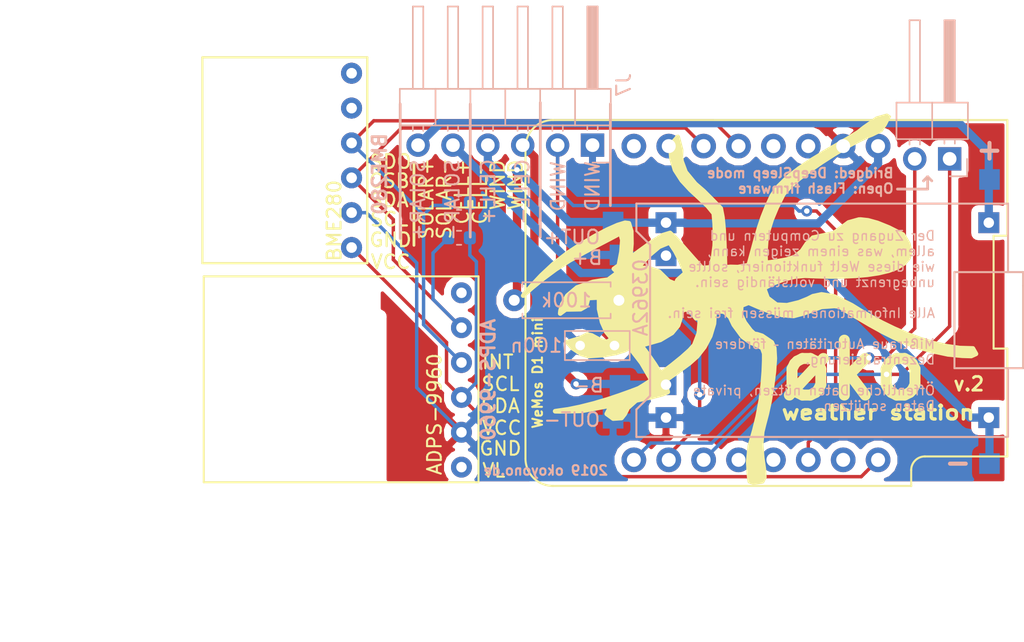
<source format=kicad_pcb>
(kicad_pcb (version 20171130) (host pcbnew 5.0.2-1.fc29)

  (general
    (thickness 1.6)
    (drawings 50)
    (tracks 110)
    (zones 0)
    (modules 18)
    (nets 25)
  )

  (page A4)
  (layers
    (0 F.Cu signal)
    (31 B.Cu signal)
    (32 B.Adhes user)
    (33 F.Adhes user)
    (34 B.Paste user)
    (35 F.Paste user)
    (36 B.SilkS user)
    (37 F.SilkS user)
    (38 B.Mask user)
    (39 F.Mask user)
    (40 Dwgs.User user)
    (41 Cmts.User user)
    (42 Eco1.User user)
    (43 Eco2.User user)
    (44 Edge.Cuts user)
    (45 Margin user)
    (46 B.CrtYd user)
    (47 F.CrtYd user)
    (48 B.Fab user hide)
    (49 F.Fab user)
  )

  (setup
    (last_trace_width 0.25)
    (user_trace_width 0.4)
    (user_trace_width 0.5)
    (user_trace_width 0.6)
    (trace_clearance 0.2)
    (zone_clearance 0.508)
    (zone_45_only no)
    (trace_min 0.2)
    (segment_width 0.2)
    (edge_width 0.001)
    (via_size 0.8)
    (via_drill 0.4)
    (via_min_size 0.4)
    (via_min_drill 0.3)
    (uvia_size 0.3)
    (uvia_drill 0.1)
    (uvias_allowed no)
    (uvia_min_size 0.2)
    (uvia_min_drill 0.1)
    (pcb_text_width 0.3)
    (pcb_text_size 1.5 1.5)
    (mod_edge_width 0.15)
    (mod_text_size 1 1)
    (mod_text_width 0.15)
    (pad_size 1.5 1.5)
    (pad_drill 0.6)
    (pad_to_mask_clearance 0)
    (solder_mask_min_width 0.25)
    (aux_axis_origin 0 0)
    (visible_elements FFFFFF7F)
    (pcbplotparams
      (layerselection 0x010fc_ffffffff)
      (usegerberextensions false)
      (usegerberattributes false)
      (usegerberadvancedattributes false)
      (creategerberjobfile false)
      (excludeedgelayer true)
      (linewidth 0.100000)
      (plotframeref false)
      (viasonmask false)
      (mode 1)
      (useauxorigin false)
      (hpglpennumber 1)
      (hpglpenspeed 20)
      (hpglpendiameter 15.000000)
      (psnegative false)
      (psa4output false)
      (plotreference true)
      (plotvalue true)
      (plotinvisibletext false)
      (padsonsilk false)
      (subtractmaskfromsilk false)
      (outputformat 1)
      (mirror false)
      (drillshape 1)
      (scaleselection 1)
      (outputdirectory ""))
  )

  (net 0 "")
  (net 1 5V)
  (net 2 GND)
  (net 3 SCL)
  (net 4 SDA)
  (net 5 3V3)
  (net 6 "Net-(U3-Pad6)")
  (net 7 VCC_SOLAR)
  (net 8 GND_SOLAR)
  (net 9 ANEMOMETER)
  (net 10 "Net-(JP1-Pad2)")
  (net 11 "Net-(JP1-Pad1)")
  (net 12 VCC_BAT)
  (net 13 GND_BAT)
  (net 14 "Net-(R1-Pad2)")
  (net 15 "Net-(U2-Pad15)")
  (net 16 "Net-(U2-Pad3)")
  (net 17 "Net-(U2-Pad13)")
  (net 18 "Net-(U2-Pad4)")
  (net 19 "Net-(U2-Pad12)")
  (net 20 "Net-(U2-Pad7)")
  (net 21 "Net-(U2-Pad8)")
  (net 22 "Net-(U3-Pad1)")
  (net 23 "Net-(U4-Pad1)")
  (net 24 "Net-(U4-Pad2)")

  (net_class Default "This is the default net class."
    (clearance 0.2)
    (trace_width 0.25)
    (via_dia 0.8)
    (via_drill 0.4)
    (uvia_dia 0.3)
    (uvia_drill 0.1)
    (add_net 3V3)
    (add_net 5V)
    (add_net ANEMOMETER)
    (add_net GND)
    (add_net GND_BAT)
    (add_net GND_SOLAR)
    (add_net "Net-(JP1-Pad1)")
    (add_net "Net-(JP1-Pad2)")
    (add_net "Net-(R1-Pad2)")
    (add_net "Net-(U2-Pad12)")
    (add_net "Net-(U2-Pad13)")
    (add_net "Net-(U2-Pad15)")
    (add_net "Net-(U2-Pad3)")
    (add_net "Net-(U2-Pad4)")
    (add_net "Net-(U2-Pad7)")
    (add_net "Net-(U2-Pad8)")
    (add_net "Net-(U3-Pad1)")
    (add_net "Net-(U3-Pad6)")
    (add_net "Net-(U4-Pad1)")
    (add_net "Net-(U4-Pad2)")
    (add_net SCL)
    (add_net SDA)
    (add_net VCC_BAT)
    (add_net VCC_SOLAR)
  )

  (module oko:GY-BME280 (layer F.Cu) (tedit 5C4D9339) (tstamp 5C37DABA)
    (at 132.5 98.5 180)
    (path /5C36680F)
    (fp_text reference U4 (at 3.2 17.4 180) (layer F.SilkS) hide
      (effects (font (size 1 1) (thickness 0.15)))
    )
    (fp_text value GY-BME280 (at 9.2 0.4 180) (layer F.Fab) hide
      (effects (font (size 1 1) (thickness 0.15)))
    )
    (fp_text user SDO (at -0.3 8.8 180) (layer F.SilkS)
      (effects (font (size 1 1) (thickness 0.15)))
    )
    (fp_text user CSB (at -0.2 7.4 180) (layer F.SilkS)
      (effects (font (size 1 1) (thickness 0.15)))
    )
    (fp_text user SDA (at -0.2 6 180) (layer F.SilkS)
      (effects (font (size 1 1) (thickness 0.15)))
    )
    (fp_text user SCL (at -0.2 4.6 180) (layer F.SilkS)
      (effects (font (size 1 1) (thickness 0.15)))
    )
    (fp_text user GND (at -0.3 3.1 180) (layer F.SilkS)
      (effects (font (size 1 1) (thickness 0.15)))
    )
    (fp_text user VCC (at -0.3 1.5 180) (layer F.SilkS)
      (effects (font (size 1 1) (thickness 0.15)))
    )
    (fp_text user BME280 (at 3.8 4.5 270) (layer F.SilkS)
      (effects (font (size 1 1) (thickness 0.15)))
    )
    (fp_line (start 13.4 1.4) (end 13.4 16.4) (layer F.SilkS) (width 0.15))
    (fp_line (start 1.4 16.4) (end 13.4 16.4) (layer F.SilkS) (width 0.15))
    (fp_line (start 1.4 1.4) (end 13.4 1.4) (layer F.SilkS) (width 0.15))
    (fp_line (start 1.4 1.4) (end 1.4 16.4) (layer F.SilkS) (width 0.15))
    (pad 6 thru_hole circle (at 2.54 2.54 180) (size 1.524 1.524) (drill 0.762) (layers *.Cu *.Mask)
      (net 5 3V3))
    (pad 5 thru_hole circle (at 2.54 5.08 180) (size 1.524 1.524) (drill 0.762) (layers *.Cu *.Mask)
      (net 2 GND))
    (pad 4 thru_hole circle (at 2.54 7.62 180) (size 1.524 1.524) (drill 0.762) (layers *.Cu *.Mask)
      (net 3 SCL))
    (pad 3 thru_hole circle (at 2.54 10.16 180) (size 1.524 1.524) (drill 0.762) (layers *.Cu *.Mask)
      (net 4 SDA))
    (pad 2 thru_hole circle (at 2.54 12.7 180) (size 1.524 1.524) (drill 0.762) (layers *.Cu *.Mask)
      (net 24 "Net-(U4-Pad2)"))
    (pad 1 thru_hole circle (at 2.54 15.24 180) (size 1.524 1.524) (drill 0.762) (layers *.Cu *.Mask)
      (net 23 "Net-(U4-Pad1)"))
  )

  (module oko:GY-BME280 (layer F.Cu) (tedit 5C4D92CB) (tstamp 5C37DABA)
    (at 132.5 98.5 180)
    (path /5C36680F)
    (fp_text reference U4 (at 3.2 17.4 180) (layer F.SilkS) hide
      (effects (font (size 1 1) (thickness 0.15)))
    )
    (fp_text value GY-BME280 (at 9.2 0.4 180) (layer F.Fab) hide
      (effects (font (size 1 1) (thickness 0.15)))
    )
    (fp_text user SDO (at -0.3 8.8 180) (layer F.SilkS)
      (effects (font (size 1 1) (thickness 0.15)))
    )
    (fp_text user CSB (at -0.2 7.4 180) (layer F.SilkS)
      (effects (font (size 1 1) (thickness 0.15)))
    )
    (fp_text user SDA (at -0.2 6 180) (layer F.SilkS)
      (effects (font (size 1 1) (thickness 0.15)))
    )
    (fp_text user SCL (at -0.2 4.6 180) (layer F.SilkS)
      (effects (font (size 1 1) (thickness 0.15)))
    )
    (fp_text user GND (at -0.3 3.1 180) (layer F.SilkS)
      (effects (font (size 1 1) (thickness 0.15)))
    )
    (fp_text user VCC (at -0.3 1.5 180) (layer F.SilkS)
      (effects (font (size 1 1) (thickness 0.15)))
    )
    (fp_text user BME280 (at 3.8 4.5 270) (layer F.SilkS)
      (effects (font (size 1 1) (thickness 0.15)))
    )
    (fp_line (start 13.4 1.4) (end 13.4 16.4) (layer F.SilkS) (width 0.15))
    (fp_line (start 1.4 16.4) (end 13.4 16.4) (layer F.SilkS) (width 0.15))
    (fp_line (start 1.4 1.4) (end 13.4 1.4) (layer F.SilkS) (width 0.15))
    (fp_line (start 1.4 1.4) (end 1.4 16.4) (layer F.SilkS) (width 0.15))
    (pad 6 thru_hole circle (at 2.54 2.54 180) (size 1.524 1.524) (drill 0.762) (layers *.Cu *.Mask)
      (net 5 3V3))
    (pad 5 thru_hole circle (at 2.54 5.08 180) (size 1.524 1.524) (drill 0.762) (layers *.Cu *.Mask)
      (net 2 GND))
    (pad 4 thru_hole circle (at 2.54 7.62 180) (size 1.524 1.524) (drill 0.762) (layers *.Cu *.Mask)
      (net 3 SCL))
    (pad 3 thru_hole circle (at 2.54 10.16 180) (size 1.524 1.524) (drill 0.762) (layers *.Cu *.Mask)
      (net 4 SDA))
    (pad 2 thru_hole circle (at 2.54 12.7 180) (size 1.524 1.524) (drill 0.762) (layers *.Cu *.Mask)
      (net 24 "Net-(U4-Pad2)"))
    (pad 1 thru_hole circle (at 2.54 15.24 180) (size 1.524 1.524) (drill 0.762) (layers *.Cu *.Mask)
      (net 23 "Net-(U4-Pad1)"))
  )

  (module oko:APDS-9960 (layer F.Cu) (tedit 5C390407) (tstamp 5C37DAA5)
    (at 140.5 114.5 180)
    (path /5C366782)
    (fp_text reference U3 (at 12.7 15.24 180) (layer F.SilkS) hide
      (effects (font (size 1 1) (thickness 0.15)))
    )
    (fp_text value APDS-9900 (at 7.62 17.78 180) (layer F.Fab) hide
      (effects (font (size 1 1) (thickness 0.15)))
    )
    (fp_line (start 1.3 1.44) (end 1.3 16.44) (layer F.SilkS) (width 0.15))
    (fp_line (start 1.3 1.44) (end 21.3 1.44) (layer F.SilkS) (width 0.15))
    (fp_line (start 21.3 1.44) (end 21.3 16.44) (layer F.SilkS) (width 0.15))
    (fp_line (start 21.3 16.44) (end 1.3 16.44) (layer F.SilkS) (width 0.15))
    (fp_text user "VL " (at -0.2 2.3 180) (layer F.SilkS)
      (effects (font (size 1 1) (thickness 0.15)))
    )
    (fp_text user GND (at -0.3 3.9 180) (layer F.SilkS)
      (effects (font (size 1 1) (thickness 0.15)))
    )
    (fp_text user VCC (at -0.4 5.4 180) (layer F.SilkS)
      (effects (font (size 1 1) (thickness 0.15)))
    )
    (fp_text user SDA (at -0.3 7 180) (layer F.SilkS)
      (effects (font (size 1 1) (thickness 0.15)))
    )
    (fp_text user SCL (at -0.3 8.6 180) (layer F.SilkS)
      (effects (font (size 1 1) (thickness 0.15)))
    )
    (fp_text user INT (at -0.1 10.2 180) (layer F.SilkS)
      (effects (font (size 1 1) (thickness 0.15)))
    )
    (fp_text user ADPS-9960 (at 4.5 6.4 270) (layer F.SilkS)
      (effects (font (size 1 1) (thickness 0.15)))
    )
    (pad 1 thru_hole circle (at 2.54 2.54 180) (size 1.524 1.524) (drill 0.762) (layers *.Cu *.Mask)
      (net 22 "Net-(U3-Pad1)"))
    (pad 2 thru_hole circle (at 2.54 5.08 180) (size 1.524 1.524) (drill 0.762) (layers *.Cu *.Mask)
      (net 2 GND))
    (pad 3 thru_hole circle (at 2.54 7.62 180) (size 1.524 1.524) (drill 0.762) (layers *.Cu *.Mask)
      (net 5 3V3))
    (pad 4 thru_hole circle (at 2.54 10.16 180) (size 1.524 1.524) (drill 0.762) (layers *.Cu *.Mask)
      (net 4 SDA))
    (pad 5 thru_hole circle (at 2.54 12.7 180) (size 1.524 1.524) (drill 0.762) (layers *.Cu *.Mask)
      (net 3 SCL))
    (pad 6 thru_hole circle (at 2.54 15.24 180) (size 1.524 1.524) (drill 0.762) (layers *.Cu *.Mask)
      (net 6 "Net-(U3-Pad6)"))
  )

  (module Pin_Headers:Pin_Header_Angled_1x02_Pitch2.54mm (layer B.Cu) (tedit 59650532) (tstamp 5C37DA77)
    (at 173.5 89.5 90)
    (descr "Through hole angled pin header, 1x02, 2.54mm pitch, 6mm pin length, single row")
    (tags "Through hole angled pin header THT 1x02 2.54mm single row")
    (path /5C3808D5)
    (fp_text reference JP1 (at 4.385 2.27 90) (layer B.SilkS) hide
      (effects (font (size 1 1) (thickness 0.15)) (justify mirror))
    )
    (fp_text value Jumper (at 4.385 -4.81 90) (layer B.Fab)
      (effects (font (size 1 1) (thickness 0.15)) (justify mirror))
    )
    (fp_line (start 2.135 1.27) (end 4.04 1.27) (layer B.Fab) (width 0.1))
    (fp_line (start 4.04 1.27) (end 4.04 -3.81) (layer B.Fab) (width 0.1))
    (fp_line (start 4.04 -3.81) (end 1.5 -3.81) (layer B.Fab) (width 0.1))
    (fp_line (start 1.5 -3.81) (end 1.5 0.635) (layer B.Fab) (width 0.1))
    (fp_line (start 1.5 0.635) (end 2.135 1.27) (layer B.Fab) (width 0.1))
    (fp_line (start -0.32 0.32) (end 1.5 0.32) (layer B.Fab) (width 0.1))
    (fp_line (start -0.32 0.32) (end -0.32 -0.32) (layer B.Fab) (width 0.1))
    (fp_line (start -0.32 -0.32) (end 1.5 -0.32) (layer B.Fab) (width 0.1))
    (fp_line (start 4.04 0.32) (end 10.04 0.32) (layer B.Fab) (width 0.1))
    (fp_line (start 10.04 0.32) (end 10.04 -0.32) (layer B.Fab) (width 0.1))
    (fp_line (start 4.04 -0.32) (end 10.04 -0.32) (layer B.Fab) (width 0.1))
    (fp_line (start -0.32 -2.22) (end 1.5 -2.22) (layer B.Fab) (width 0.1))
    (fp_line (start -0.32 -2.22) (end -0.32 -2.86) (layer B.Fab) (width 0.1))
    (fp_line (start -0.32 -2.86) (end 1.5 -2.86) (layer B.Fab) (width 0.1))
    (fp_line (start 4.04 -2.22) (end 10.04 -2.22) (layer B.Fab) (width 0.1))
    (fp_line (start 10.04 -2.22) (end 10.04 -2.86) (layer B.Fab) (width 0.1))
    (fp_line (start 4.04 -2.86) (end 10.04 -2.86) (layer B.Fab) (width 0.1))
    (fp_line (start 1.44 1.33) (end 1.44 -3.87) (layer B.SilkS) (width 0.12))
    (fp_line (start 1.44 -3.87) (end 4.1 -3.87) (layer B.SilkS) (width 0.12))
    (fp_line (start 4.1 -3.87) (end 4.1 1.33) (layer B.SilkS) (width 0.12))
    (fp_line (start 4.1 1.33) (end 1.44 1.33) (layer B.SilkS) (width 0.12))
    (fp_line (start 4.1 0.38) (end 10.1 0.38) (layer B.SilkS) (width 0.12))
    (fp_line (start 10.1 0.38) (end 10.1 -0.38) (layer B.SilkS) (width 0.12))
    (fp_line (start 10.1 -0.38) (end 4.1 -0.38) (layer B.SilkS) (width 0.12))
    (fp_line (start 4.1 0.32) (end 10.1 0.32) (layer B.SilkS) (width 0.12))
    (fp_line (start 4.1 0.2) (end 10.1 0.2) (layer B.SilkS) (width 0.12))
    (fp_line (start 4.1 0.08) (end 10.1 0.08) (layer B.SilkS) (width 0.12))
    (fp_line (start 4.1 -0.04) (end 10.1 -0.04) (layer B.SilkS) (width 0.12))
    (fp_line (start 4.1 -0.16) (end 10.1 -0.16) (layer B.SilkS) (width 0.12))
    (fp_line (start 4.1 -0.28) (end 10.1 -0.28) (layer B.SilkS) (width 0.12))
    (fp_line (start 1.11 0.38) (end 1.44 0.38) (layer B.SilkS) (width 0.12))
    (fp_line (start 1.11 -0.38) (end 1.44 -0.38) (layer B.SilkS) (width 0.12))
    (fp_line (start 1.44 -1.27) (end 4.1 -1.27) (layer B.SilkS) (width 0.12))
    (fp_line (start 4.1 -2.16) (end 10.1 -2.16) (layer B.SilkS) (width 0.12))
    (fp_line (start 10.1 -2.16) (end 10.1 -2.92) (layer B.SilkS) (width 0.12))
    (fp_line (start 10.1 -2.92) (end 4.1 -2.92) (layer B.SilkS) (width 0.12))
    (fp_line (start 1.042929 -2.16) (end 1.44 -2.16) (layer B.SilkS) (width 0.12))
    (fp_line (start 1.042929 -2.92) (end 1.44 -2.92) (layer B.SilkS) (width 0.12))
    (fp_line (start -1.27 0) (end -1.27 1.27) (layer B.SilkS) (width 0.12))
    (fp_line (start -1.27 1.27) (end 0 1.27) (layer B.SilkS) (width 0.12))
    (fp_line (start -1.8 1.8) (end -1.8 -4.35) (layer B.CrtYd) (width 0.05))
    (fp_line (start -1.8 -4.35) (end 10.55 -4.35) (layer B.CrtYd) (width 0.05))
    (fp_line (start 10.55 -4.35) (end 10.55 1.8) (layer B.CrtYd) (width 0.05))
    (fp_line (start 10.55 1.8) (end -1.8 1.8) (layer B.CrtYd) (width 0.05))
    (fp_text user %R (at 2.77 -1.27) (layer B.Fab)
      (effects (font (size 1 1) (thickness 0.15)) (justify mirror))
    )
    (pad 1 thru_hole rect (at 0 0 90) (size 1.7 1.7) (drill 1) (layers *.Cu *.Mask)
      (net 11 "Net-(JP1-Pad1)"))
    (pad 2 thru_hole oval (at 0 -2.54 90) (size 1.7 1.7) (drill 1) (layers *.Cu *.Mask)
      (net 10 "Net-(JP1-Pad2)"))
    (model ${KISYS3DMOD}/Pin_Headers.3dshapes/Pin_Header_Angled_1x02_Pitch2.54mm.wrl
      (at (xyz 0 0 0))
      (scale (xyz 1 1 1))
      (rotate (xyz 0 0 0))
    )
  )

  (module Capacitors_ThroughHole:C_Rect_L4.6mm_W2.0mm_P2.50mm_MKS02_FKP02 (layer B.Cu) (tedit 5C3A6D90) (tstamp 5C37BB2B)
    (at 146.6 103.1)
    (descr "C, Rect series, Radial, pin pitch=2.50mm, , length*width=4.6*2mm^2, Capacitor, http://www.wima.de/DE/WIMA_MKS_02.pdf")
    (tags "C Rect series Radial pin pitch 2.50mm  length 4.6mm width 2mm Capacitor")
    (path /5C36B0BF)
    (fp_text reference C1 (at -2.3 0) (layer B.SilkS) hide
      (effects (font (size 1 1) (thickness 0.15)) (justify mirror))
    )
    (fp_text value 100n (at 1.25 -2.31) (layer B.Fab)
      (effects (font (size 1 1) (thickness 0.15)) (justify mirror))
    )
    (fp_text user %R (at 1.25 0) (layer B.Fab)
      (effects (font (size 1 1) (thickness 0.15)) (justify mirror))
    )
    (fp_line (start 3.9 1.35) (end -1.4 1.35) (layer B.CrtYd) (width 0.05))
    (fp_line (start 3.9 -1.35) (end 3.9 1.35) (layer B.CrtYd) (width 0.05))
    (fp_line (start -1.4 -1.35) (end 3.9 -1.35) (layer B.CrtYd) (width 0.05))
    (fp_line (start -1.4 1.35) (end -1.4 -1.35) (layer B.CrtYd) (width 0.05))
    (fp_line (start 3.61 1.06) (end 3.61 -1.06) (layer B.SilkS) (width 0.12))
    (fp_line (start -1.11 1.06) (end -1.11 -1.06) (layer B.SilkS) (width 0.12))
    (fp_line (start -1.11 -1.06) (end 3.61 -1.06) (layer B.SilkS) (width 0.12))
    (fp_line (start -1.11 1.06) (end 3.61 1.06) (layer B.SilkS) (width 0.12))
    (fp_line (start 3.55 1) (end -1.05 1) (layer B.Fab) (width 0.1))
    (fp_line (start 3.55 -1) (end 3.55 1) (layer B.Fab) (width 0.1))
    (fp_line (start -1.05 -1) (end 3.55 -1) (layer B.Fab) (width 0.1))
    (fp_line (start -1.05 1) (end -1.05 -1) (layer B.Fab) (width 0.1))
    (pad 2 thru_hole circle (at 2.5 0) (size 1.4 1.4) (drill 0.7) (layers *.Cu *.Mask)
      (net 9 ANEMOMETER))
    (pad 1 thru_hole circle (at 0 0) (size 1.4 1.4) (drill 0.7) (layers *.Cu *.Mask)
      (net 2 GND))
    (model ${KISYS3DMOD}/Capacitors_THT.3dshapes/C_Rect_L4.6mm_W2.0mm_P2.50mm_MKS02_FKP02.wrl
      (at (xyz 0 0 0))
      (scale (xyz 1 1 1))
      (rotate (xyz 0 0 0))
    )
  )

  (module Pin_Headers:Pin_Header_Angled_1x06_Pitch2.54mm (layer B.Cu) (tedit 59650532) (tstamp 5C37DA44)
    (at 147.5 88.5 90)
    (descr "Through hole angled pin header, 1x06, 2.54mm pitch, 6mm pin length, single row")
    (tags "Through hole angled pin header THT 1x06 2.54mm single row")
    (path /5C389FC7)
    (fp_text reference J7 (at 4.385 2.27 90) (layer B.SilkS)
      (effects (font (size 1 1) (thickness 0.15)) (justify mirror))
    )
    (fp_text value Conn_01x06 (at 4.385 -14.97 90) (layer B.Fab)
      (effects (font (size 1 1) (thickness 0.15)) (justify mirror))
    )
    (fp_text user %R (at 2.77 -6.35) (layer B.Fab)
      (effects (font (size 1 1) (thickness 0.15)) (justify mirror))
    )
    (fp_line (start 10.55 1.8) (end -1.8 1.8) (layer B.CrtYd) (width 0.05))
    (fp_line (start 10.55 -14.5) (end 10.55 1.8) (layer B.CrtYd) (width 0.05))
    (fp_line (start -1.8 -14.5) (end 10.55 -14.5) (layer B.CrtYd) (width 0.05))
    (fp_line (start -1.8 1.8) (end -1.8 -14.5) (layer B.CrtYd) (width 0.05))
    (fp_line (start -1.27 1.27) (end 0 1.27) (layer B.SilkS) (width 0.12))
    (fp_line (start -1.27 0) (end -1.27 1.27) (layer B.SilkS) (width 0.12))
    (fp_line (start 1.042929 -13.08) (end 1.44 -13.08) (layer B.SilkS) (width 0.12))
    (fp_line (start 1.042929 -12.32) (end 1.44 -12.32) (layer B.SilkS) (width 0.12))
    (fp_line (start 10.1 -13.08) (end 4.1 -13.08) (layer B.SilkS) (width 0.12))
    (fp_line (start 10.1 -12.32) (end 10.1 -13.08) (layer B.SilkS) (width 0.12))
    (fp_line (start 4.1 -12.32) (end 10.1 -12.32) (layer B.SilkS) (width 0.12))
    (fp_line (start 1.44 -11.43) (end 4.1 -11.43) (layer B.SilkS) (width 0.12))
    (fp_line (start 1.042929 -10.54) (end 1.44 -10.54) (layer B.SilkS) (width 0.12))
    (fp_line (start 1.042929 -9.78) (end 1.44 -9.78) (layer B.SilkS) (width 0.12))
    (fp_line (start 10.1 -10.54) (end 4.1 -10.54) (layer B.SilkS) (width 0.12))
    (fp_line (start 10.1 -9.78) (end 10.1 -10.54) (layer B.SilkS) (width 0.12))
    (fp_line (start 4.1 -9.78) (end 10.1 -9.78) (layer B.SilkS) (width 0.12))
    (fp_line (start 1.44 -8.89) (end 4.1 -8.89) (layer B.SilkS) (width 0.12))
    (fp_line (start 1.042929 -8) (end 1.44 -8) (layer B.SilkS) (width 0.12))
    (fp_line (start 1.042929 -7.24) (end 1.44 -7.24) (layer B.SilkS) (width 0.12))
    (fp_line (start 10.1 -8) (end 4.1 -8) (layer B.SilkS) (width 0.12))
    (fp_line (start 10.1 -7.24) (end 10.1 -8) (layer B.SilkS) (width 0.12))
    (fp_line (start 4.1 -7.24) (end 10.1 -7.24) (layer B.SilkS) (width 0.12))
    (fp_line (start 1.44 -6.35) (end 4.1 -6.35) (layer B.SilkS) (width 0.12))
    (fp_line (start 1.042929 -5.46) (end 1.44 -5.46) (layer B.SilkS) (width 0.12))
    (fp_line (start 1.042929 -4.7) (end 1.44 -4.7) (layer B.SilkS) (width 0.12))
    (fp_line (start 10.1 -5.46) (end 4.1 -5.46) (layer B.SilkS) (width 0.12))
    (fp_line (start 10.1 -4.7) (end 10.1 -5.46) (layer B.SilkS) (width 0.12))
    (fp_line (start 4.1 -4.7) (end 10.1 -4.7) (layer B.SilkS) (width 0.12))
    (fp_line (start 1.44 -3.81) (end 4.1 -3.81) (layer B.SilkS) (width 0.12))
    (fp_line (start 1.042929 -2.92) (end 1.44 -2.92) (layer B.SilkS) (width 0.12))
    (fp_line (start 1.042929 -2.16) (end 1.44 -2.16) (layer B.SilkS) (width 0.12))
    (fp_line (start 10.1 -2.92) (end 4.1 -2.92) (layer B.SilkS) (width 0.12))
    (fp_line (start 10.1 -2.16) (end 10.1 -2.92) (layer B.SilkS) (width 0.12))
    (fp_line (start 4.1 -2.16) (end 10.1 -2.16) (layer B.SilkS) (width 0.12))
    (fp_line (start 1.44 -1.27) (end 4.1 -1.27) (layer B.SilkS) (width 0.12))
    (fp_line (start 1.11 -0.38) (end 1.44 -0.38) (layer B.SilkS) (width 0.12))
    (fp_line (start 1.11 0.38) (end 1.44 0.38) (layer B.SilkS) (width 0.12))
    (fp_line (start 4.1 -0.28) (end 10.1 -0.28) (layer B.SilkS) (width 0.12))
    (fp_line (start 4.1 -0.16) (end 10.1 -0.16) (layer B.SilkS) (width 0.12))
    (fp_line (start 4.1 -0.04) (end 10.1 -0.04) (layer B.SilkS) (width 0.12))
    (fp_line (start 4.1 0.08) (end 10.1 0.08) (layer B.SilkS) (width 0.12))
    (fp_line (start 4.1 0.2) (end 10.1 0.2) (layer B.SilkS) (width 0.12))
    (fp_line (start 4.1 0.32) (end 10.1 0.32) (layer B.SilkS) (width 0.12))
    (fp_line (start 10.1 -0.38) (end 4.1 -0.38) (layer B.SilkS) (width 0.12))
    (fp_line (start 10.1 0.38) (end 10.1 -0.38) (layer B.SilkS) (width 0.12))
    (fp_line (start 4.1 0.38) (end 10.1 0.38) (layer B.SilkS) (width 0.12))
    (fp_line (start 4.1 1.33) (end 1.44 1.33) (layer B.SilkS) (width 0.12))
    (fp_line (start 4.1 -14.03) (end 4.1 1.33) (layer B.SilkS) (width 0.12))
    (fp_line (start 1.44 -14.03) (end 4.1 -14.03) (layer B.SilkS) (width 0.12))
    (fp_line (start 1.44 1.33) (end 1.44 -14.03) (layer B.SilkS) (width 0.12))
    (fp_line (start 4.04 -13.02) (end 10.04 -13.02) (layer B.Fab) (width 0.1))
    (fp_line (start 10.04 -12.38) (end 10.04 -13.02) (layer B.Fab) (width 0.1))
    (fp_line (start 4.04 -12.38) (end 10.04 -12.38) (layer B.Fab) (width 0.1))
    (fp_line (start -0.32 -13.02) (end 1.5 -13.02) (layer B.Fab) (width 0.1))
    (fp_line (start -0.32 -12.38) (end -0.32 -13.02) (layer B.Fab) (width 0.1))
    (fp_line (start -0.32 -12.38) (end 1.5 -12.38) (layer B.Fab) (width 0.1))
    (fp_line (start 4.04 -10.48) (end 10.04 -10.48) (layer B.Fab) (width 0.1))
    (fp_line (start 10.04 -9.84) (end 10.04 -10.48) (layer B.Fab) (width 0.1))
    (fp_line (start 4.04 -9.84) (end 10.04 -9.84) (layer B.Fab) (width 0.1))
    (fp_line (start -0.32 -10.48) (end 1.5 -10.48) (layer B.Fab) (width 0.1))
    (fp_line (start -0.32 -9.84) (end -0.32 -10.48) (layer B.Fab) (width 0.1))
    (fp_line (start -0.32 -9.84) (end 1.5 -9.84) (layer B.Fab) (width 0.1))
    (fp_line (start 4.04 -7.94) (end 10.04 -7.94) (layer B.Fab) (width 0.1))
    (fp_line (start 10.04 -7.3) (end 10.04 -7.94) (layer B.Fab) (width 0.1))
    (fp_line (start 4.04 -7.3) (end 10.04 -7.3) (layer B.Fab) (width 0.1))
    (fp_line (start -0.32 -7.94) (end 1.5 -7.94) (layer B.Fab) (width 0.1))
    (fp_line (start -0.32 -7.3) (end -0.32 -7.94) (layer B.Fab) (width 0.1))
    (fp_line (start -0.32 -7.3) (end 1.5 -7.3) (layer B.Fab) (width 0.1))
    (fp_line (start 4.04 -5.4) (end 10.04 -5.4) (layer B.Fab) (width 0.1))
    (fp_line (start 10.04 -4.76) (end 10.04 -5.4) (layer B.Fab) (width 0.1))
    (fp_line (start 4.04 -4.76) (end 10.04 -4.76) (layer B.Fab) (width 0.1))
    (fp_line (start -0.32 -5.4) (end 1.5 -5.4) (layer B.Fab) (width 0.1))
    (fp_line (start -0.32 -4.76) (end -0.32 -5.4) (layer B.Fab) (width 0.1))
    (fp_line (start -0.32 -4.76) (end 1.5 -4.76) (layer B.Fab) (width 0.1))
    (fp_line (start 4.04 -2.86) (end 10.04 -2.86) (layer B.Fab) (width 0.1))
    (fp_line (start 10.04 -2.22) (end 10.04 -2.86) (layer B.Fab) (width 0.1))
    (fp_line (start 4.04 -2.22) (end 10.04 -2.22) (layer B.Fab) (width 0.1))
    (fp_line (start -0.32 -2.86) (end 1.5 -2.86) (layer B.Fab) (width 0.1))
    (fp_line (start -0.32 -2.22) (end -0.32 -2.86) (layer B.Fab) (width 0.1))
    (fp_line (start -0.32 -2.22) (end 1.5 -2.22) (layer B.Fab) (width 0.1))
    (fp_line (start 4.04 -0.32) (end 10.04 -0.32) (layer B.Fab) (width 0.1))
    (fp_line (start 10.04 0.32) (end 10.04 -0.32) (layer B.Fab) (width 0.1))
    (fp_line (start 4.04 0.32) (end 10.04 0.32) (layer B.Fab) (width 0.1))
    (fp_line (start -0.32 -0.32) (end 1.5 -0.32) (layer B.Fab) (width 0.1))
    (fp_line (start -0.32 0.32) (end -0.32 -0.32) (layer B.Fab) (width 0.1))
    (fp_line (start -0.32 0.32) (end 1.5 0.32) (layer B.Fab) (width 0.1))
    (fp_line (start 1.5 0.635) (end 2.135 1.27) (layer B.Fab) (width 0.1))
    (fp_line (start 1.5 -13.97) (end 1.5 0.635) (layer B.Fab) (width 0.1))
    (fp_line (start 4.04 -13.97) (end 1.5 -13.97) (layer B.Fab) (width 0.1))
    (fp_line (start 4.04 1.27) (end 4.04 -13.97) (layer B.Fab) (width 0.1))
    (fp_line (start 2.135 1.27) (end 4.04 1.27) (layer B.Fab) (width 0.1))
    (pad 6 thru_hole oval (at 0 -12.7 90) (size 1.7 1.7) (drill 1) (layers *.Cu *.Mask)
      (net 7 VCC_SOLAR))
    (pad 5 thru_hole oval (at 0 -10.16 90) (size 1.7 1.7) (drill 1) (layers *.Cu *.Mask)
      (net 8 GND_SOLAR))
    (pad 4 thru_hole oval (at 0 -7.62 90) (size 1.7 1.7) (drill 1) (layers *.Cu *.Mask)
      (net 12 VCC_BAT))
    (pad 3 thru_hole oval (at 0 -5.08 90) (size 1.7 1.7) (drill 1) (layers *.Cu *.Mask)
      (net 13 GND_BAT))
    (pad 2 thru_hole oval (at 0 -2.54 90) (size 1.7 1.7) (drill 1) (layers *.Cu *.Mask)
      (net 9 ANEMOMETER))
    (pad 1 thru_hole rect (at 0 0 90) (size 1.7 1.7) (drill 1) (layers *.Cu *.Mask)
      (net 2 GND))
    (model ${KISYS3DMOD}/Pin_Headers.3dshapes/Pin_Header_Angled_1x06_Pitch2.54mm.wrl
      (at (xyz 0 0 0))
      (scale (xyz 1 1 1))
      (rotate (xyz 0 0 0))
    )
  )

  (module oko:03962A (layer B.Cu) (tedit 5C39021A) (tstamp 5C37DA90)
    (at 177.75 92.75 180)
    (path /5C3666E0)
    (fp_text reference U1 (at 2.3 0.8 180) (layer B.SilkS) hide
      (effects (font (size 1 1) (thickness 0.15)) (justify mirror))
    )
    (fp_text value 03962A (at 5.75 -1.05 180) (layer B.Fab)
      (effects (font (size 1 1) (thickness 0.15)) (justify mirror))
    )
    (fp_line (start 27.056963 -17.011121) (end 0.056963 -17.011121) (layer B.SilkS) (width 0.15))
    (fp_line (start 0.056963 -0.011121) (end 27.056963 -0.011121) (layer B.SilkS) (width 0.15))
    (fp_line (start 27.056963 -0.011121) (end 27.056963 -2.011121) (layer B.SilkS) (width 0.15))
    (fp_line (start 27.056963 -2.011121) (end 26.056963 -3.011121) (layer B.SilkS) (width 0.15))
    (fp_line (start 26.056963 -3.011121) (end 26.056963 -14.011121) (layer B.SilkS) (width 0.15))
    (fp_line (start 26.056963 -14.011121) (end 27.056963 -15.011121) (layer B.SilkS) (width 0.15))
    (fp_line (start 27.056963 -15.011121) (end 27.056963 -17.011121) (layer B.SilkS) (width 0.15))
    (fp_line (start -1.1 -6) (end -1.1 -12) (layer B.SilkS) (width 0.15))
    (fp_line (start -1.1 -12) (end 3.9 -12) (layer B.SilkS) (width 0.15))
    (fp_line (start 3.9 -12) (end 3.9 -5) (layer B.SilkS) (width 0.15))
    (fp_line (start 3.9 -5) (end -1.1 -5) (layer B.SilkS) (width 0.15))
    (fp_line (start -1.1 -5) (end -1.1 -6) (layer B.SilkS) (width 0.15))
    (fp_line (start 0 0) (end 0 -5) (layer B.SilkS) (width 0.15))
    (fp_line (start 0 -12) (end 0 -17) (layer B.SilkS) (width 0.15))
    (fp_text user 03962A (at 26.75 -6.85 270) (layer B.SilkS)
      (effects (font (size 1 1) (thickness 0.15)) (justify mirror))
    )
    (pad 1 thru_hole rect (at 1.4 -1.4 180) (size 1.524 1.524) (drill 0.762) (layers *.Cu *.Mask)
      (net 7 VCC_SOLAR))
    (pad 2 thru_hole rect (at 24.9 -1.4 180) (size 1.524 1.524) (drill 0.762) (layers *.Cu *.Mask)
      (net 1 5V))
    (pad 3 thru_hole rect (at 24.9 -3.8 180) (size 1.524 1.524) (drill 0.762) (layers *.Cu *.Mask)
      (net 12 VCC_BAT))
    (pad 4 thru_hole rect (at 24.9 -13.2 180) (size 1.524 1.524) (drill 0.762) (layers *.Cu *.Mask)
      (net 13 GND_BAT))
    (pad 5 thru_hole rect (at 24.9 -15.6 180) (size 1.524 1.524) (drill 0.762) (layers *.Cu *.Mask)
      (net 2 GND))
    (pad 6 thru_hole rect (at 1.4 -15.6 180) (size 1.524 1.524) (drill 0.762) (layers *.Cu *.Mask)
      (net 8 GND_SOLAR))
  )

  (module oko:wemos-d1-mini-connectors-only (layer F.Cu) (tedit 5C3934BE) (tstamp 5C38D9A2)
    (at 159.4 100 180)
    (path /5C36643E)
    (fp_text reference U2 (at -19.3 0 270) (layer F.SilkS) hide
      (effects (font (size 1 1) (thickness 0.15)))
    )
    (fp_text value "WeMos D1 mini" (at 15.9 -5.1 90) (layer F.SilkS)
      (effects (font (size 0.7 0.7) (thickness 0.15)))
    )
    (fp_line (start -18.3 13.33) (end 14.78 13.33) (layer F.SilkS) (width 0.15))
    (fp_line (start 16.78 11.33) (end 16.78 -11.33) (layer F.SilkS) (width 0.15))
    (fp_line (start 14.78 -13.33) (end -11.3 -13.33) (layer F.SilkS) (width 0.15))
    (fp_line (start -18.3 -11.18) (end -18.3 -3.32) (layer F.SilkS) (width 0.15))
    (fp_line (start -18.3 -3.32) (end -17.3 -3.32) (layer F.SilkS) (width 0.15))
    (fp_line (start -17.3 -3.32) (end -17.3 4.9) (layer F.SilkS) (width 0.15))
    (fp_line (start -17.3 4.9) (end -18.3 4.9) (layer F.SilkS) (width 0.15))
    (fp_line (start -18.3 4.9) (end -18.3 13.329999) (layer F.SilkS) (width 0.15))
    (fp_line (start -11.48 -13.5) (end 14.85 -13.5) (layer F.CrtYd) (width 0.05))
    (fp_line (start 16.94 -11.5) (end 16.94 11.5) (layer F.CrtYd) (width 0.05))
    (fp_line (start 14.94 13.5) (end -18.46 13.5) (layer F.CrtYd) (width 0.05))
    (fp_line (start -18.46 13.5) (end -18.46 -11.33) (layer F.CrtYd) (width 0.05))
    (fp_arc (start 14.78 -11.33) (end 14.78 -13.33) (angle 90) (layer F.SilkS) (width 0.15))
    (fp_arc (start 14.78 11.33) (end 16.78 11.33) (angle 90) (layer F.SilkS) (width 0.15))
    (fp_arc (start 14.94 11.5) (end 16.94 11.5) (angle 90) (layer F.CrtYd) (width 0.05))
    (fp_arc (start 14.94 -11.5) (end 14.85 -13.5) (angle 92.57657183) (layer F.CrtYd) (width 0.05))
    (fp_line (start -18.3 -11.18) (end -12.3 -11.18) (layer F.SilkS) (width 0.15))
    (fp_arc (start -12.3 -12.18) (end -11.3 -12.18) (angle 90) (layer F.SilkS) (width 0.15))
    (fp_line (start -11.3 -12.17) (end -11.3 -13.33) (layer F.SilkS) (width 0.15))
    (fp_line (start -11.3 -13.33) (end -11.3 -13.33) (layer F.SilkS) (width 0.15))
    (fp_line (start -11.48 -13.5) (end -11.48 -12.33) (layer F.CrtYd) (width 0.05))
    (fp_line (start -18.46 -11.33) (end -12.48 -11.33) (layer F.CrtYd) (width 0.05))
    (fp_arc (start -12.48 -12.33) (end -11.48 -12.33) (angle 90) (layer F.CrtYd) (width 0.05))
    (pad 16 thru_hole circle (at -8.89 -11.43 180) (size 1.8 1.8) (drill 1.016) (layers *.Cu *.Mask)
      (net 5 3V3))
    (pad 1 thru_hole circle (at -8.89 11.43 180) (size 1.8 1.8) (drill 1.016) (layers *.Cu *.Mask)
      (net 1 5V))
    (pad 15 thru_hole circle (at -6.35 -11.43 180) (size 1.8 1.8) (drill 1.016) (layers *.Cu *.Mask)
      (net 15 "Net-(U2-Pad15)"))
    (pad 2 thru_hole circle (at -6.35 11.43 180) (size 1.8 1.8) (drill 1.016) (layers *.Cu *.Mask)
      (net 2 GND))
    (pad 14 thru_hole circle (at -3.81 -11.43 180) (size 1.8 1.8) (drill 1.016) (layers *.Cu *.Mask)
      (net 9 ANEMOMETER))
    (pad 3 thru_hole circle (at -3.81 11.43 180) (size 1.8 1.8) (drill 1.016) (layers *.Cu *.Mask)
      (net 16 "Net-(U2-Pad3)"))
    (pad 13 thru_hole circle (at -1.27 -11.43 180) (size 1.8 1.8) (drill 1.016) (layers *.Cu *.Mask)
      (net 17 "Net-(U2-Pad13)"))
    (pad 4 thru_hole circle (at -1.27 11.43 180) (size 1.8 1.8) (drill 1.016) (layers *.Cu *.Mask)
      (net 18 "Net-(U2-Pad4)"))
    (pad 12 thru_hole circle (at 1.27 -11.43 180) (size 1.8 1.8) (drill 1.016) (layers *.Cu *.Mask)
      (net 19 "Net-(U2-Pad12)"))
    (pad 5 thru_hole circle (at 1.27 11.43 180) (size 1.8 1.8) (drill 1.016) (layers *.Cu *.Mask)
      (net 4 SDA))
    (pad 11 thru_hole circle (at 3.81 -11.43 180) (size 1.8 1.8) (drill 1.016) (layers *.Cu *.Mask)
      (net 11 "Net-(JP1-Pad1)"))
    (pad 6 thru_hole circle (at 3.81 11.43 180) (size 1.8 1.8) (drill 1.016) (layers *.Cu *.Mask)
      (net 3 SCL))
    (pad 10 thru_hole circle (at 6.35 -11.43 180) (size 1.8 1.8) (drill 1.016) (layers *.Cu *.Mask)
      (net 14 "Net-(R1-Pad2)"))
    (pad 7 thru_hole circle (at 6.35 11.43 180) (size 1.8 1.8) (drill 1.016) (layers *.Cu *.Mask)
      (net 20 "Net-(U2-Pad7)"))
    (pad 9 thru_hole circle (at 8.89 -11.43 180) (size 1.8 1.8) (drill 1.016) (layers *.Cu *.Mask)
      (net 10 "Net-(JP1-Pad2)"))
    (pad 8 thru_hole circle (at 8.89 11.43 180) (size 1.8 1.8) (drill 1.016) (layers *.Cu *.Mask)
      (net 21 "Net-(U2-Pad8)"))
    (model ${KIPRJMOD}/3dshapes/wemos_d1_mini.3dshapes/SLW-108-01-G-S.wrl
      (offset (xyz 0 -11.39999982878918 0))
      (scale (xyz 0.3937 0.3937 0.3937))
      (rotate (xyz -90 0 0))
    )
    (model ${KIPRJMOD}/3dshapes/wemos_d1_mini.3dshapes/SLW-108-01-G-S.wrl
      (offset (xyz 0 11.39999982878918 0))
      (scale (xyz 0.3937 0.3937 0.3937))
      (rotate (xyz -90 0 0))
    )
    (model ${KIPRJMOD}/3dshapes/wemos_d1_mini.3dshapes/TSW-108-05-G-S.wrl
      (offset (xyz 0 -11.39999982878918 7.299999890364999))
      (scale (xyz 0.3937 0.3937 0.3937))
      (rotate (xyz 90 0 0))
    )
    (model ${KIPRJMOD}/3dshapes/wemos_d1_mini.3dshapes/TSW-108-05-G-S.wrl
      (offset (xyz 0 11.39999982878918 7.299999890364999))
      (scale (xyz 0.3937 0.3937 0.3937))
      (rotate (xyz 90 0 0))
    )
  )

  (module Measurement_Points:Measurement_Point_Square-SMD-Pad_Small (layer B.Cu) (tedit 5C39021E) (tstamp 5C38D889)
    (at 176.4 91)
    (descr "Mesurement Point, Square, SMD Pad,  1.5mm x 1.5mm,")
    (tags "Mesurement Point Square SMD Pad 1.5x1.5mm")
    (path /5C38D2CB)
    (attr virtual)
    (fp_text reference J1 (at 0 2) (layer B.SilkS) hide
      (effects (font (size 1 1) (thickness 0.15)) (justify mirror))
    )
    (fp_text value VCC_SOLAR (at 0 -2) (layer B.Fab)
      (effects (font (size 1 1) (thickness 0.15)) (justify mirror))
    )
    (fp_line (start -1 -1) (end -1 1) (layer B.CrtYd) (width 0.05))
    (fp_line (start 1 -1) (end -1 -1) (layer B.CrtYd) (width 0.05))
    (fp_line (start 1 1) (end 1 -1) (layer B.CrtYd) (width 0.05))
    (fp_line (start -1 1) (end 1 1) (layer B.CrtYd) (width 0.05))
    (pad 1 smd rect (at 0 0) (size 1.5 1.5) (layers B.Cu B.Mask)
      (net 7 VCC_SOLAR))
  )

  (module Measurement_Points:Measurement_Point_Square-SMD-Pad_Small (layer B.Cu) (tedit 5C3901F5) (tstamp 5C38D892)
    (at 176.4 111.7)
    (descr "Mesurement Point, Square, SMD Pad,  1.5mm x 1.5mm,")
    (tags "Mesurement Point Square SMD Pad 1.5x1.5mm")
    (path /5C38D8BF)
    (attr virtual)
    (fp_text reference J2 (at 0 2) (layer B.SilkS) hide
      (effects (font (size 1 1) (thickness 0.15)) (justify mirror))
    )
    (fp_text value GND_SOLAR (at 7.5 -1.4) (layer B.Fab)
      (effects (font (size 1 1) (thickness 0.15)) (justify mirror))
    )
    (fp_line (start -1 1) (end 1 1) (layer B.CrtYd) (width 0.05))
    (fp_line (start 1 1) (end 1 -1) (layer B.CrtYd) (width 0.05))
    (fp_line (start 1 -1) (end -1 -1) (layer B.CrtYd) (width 0.05))
    (fp_line (start -1 -1) (end -1 1) (layer B.CrtYd) (width 0.05))
    (pad 1 smd rect (at 0 0) (size 1.5 1.5) (layers B.Cu B.Mask)
      (net 8 GND_SOLAR))
  )

  (module Measurement_Points:Measurement_Point_Square-SMD-Pad_Small (layer B.Cu) (tedit 5C3A6CE4) (tstamp 5C38D89B)
    (at 149.5 96.5)
    (descr "Mesurement Point, Square, SMD Pad,  1.5mm x 1.5mm,")
    (tags "Mesurement Point Square SMD Pad 1.5x1.5mm")
    (path /5C38D924)
    (attr virtual)
    (fp_text reference J3 (at -2.2 0) (layer B.SilkS) hide
      (effects (font (size 1 1) (thickness 0.15)) (justify mirror))
    )
    (fp_text value VCC_BAT (at 0 -2) (layer B.Fab)
      (effects (font (size 1 1) (thickness 0.15)) (justify mirror))
    )
    (fp_line (start -1 -1) (end -1 1) (layer B.CrtYd) (width 0.05))
    (fp_line (start 1 -1) (end -1 -1) (layer B.CrtYd) (width 0.05))
    (fp_line (start 1 1) (end 1 -1) (layer B.CrtYd) (width 0.05))
    (fp_line (start -1 1) (end 1 1) (layer B.CrtYd) (width 0.05))
    (pad 1 smd rect (at 0 0) (size 1.5 1.5) (layers B.Cu B.Mask)
      (net 12 VCC_BAT))
  )

  (module Measurement_Points:Measurement_Point_Square-SMD-Pad_Small (layer B.Cu) (tedit 5C3A6CFC) (tstamp 5C38D8A4)
    (at 149.5 106)
    (descr "Mesurement Point, Square, SMD Pad,  1.5mm x 1.5mm,")
    (tags "Mesurement Point Square SMD Pad 1.5x1.5mm")
    (path /5C38D96A)
    (attr virtual)
    (fp_text reference J4 (at -2.4 0) (layer B.SilkS) hide
      (effects (font (size 1 1) (thickness 0.15)) (justify mirror))
    )
    (fp_text value GND_BAT (at 0 -2) (layer B.Fab)
      (effects (font (size 1 1) (thickness 0.15)) (justify mirror))
    )
    (fp_line (start -1 1) (end 1 1) (layer B.CrtYd) (width 0.05))
    (fp_line (start 1 1) (end 1 -1) (layer B.CrtYd) (width 0.05))
    (fp_line (start 1 -1) (end -1 -1) (layer B.CrtYd) (width 0.05))
    (fp_line (start -1 -1) (end -1 1) (layer B.CrtYd) (width 0.05))
    (pad 1 smd rect (at 0 0) (size 1.5 1.5) (layers B.Cu B.Mask)
      (net 13 GND_BAT))
  )

  (module Measurement_Points:Measurement_Point_Square-SMD-Pad_Small (layer B.Cu) (tedit 5C3A6CE1) (tstamp 5C38D8AD)
    (at 149 94.1)
    (descr "Mesurement Point, Square, SMD Pad,  1.5mm x 1.5mm,")
    (tags "Mesurement Point Square SMD Pad 1.5x1.5mm")
    (path /5C38D9A1)
    (attr virtual)
    (fp_text reference J5 (at -3 1) (layer B.SilkS) hide
      (effects (font (size 1 1) (thickness 0.15)) (justify mirror))
    )
    (fp_text value 5V (at 0 -2) (layer B.Fab)
      (effects (font (size 1 1) (thickness 0.15)) (justify mirror))
    )
    (fp_line (start -1 -1) (end -1 1) (layer B.CrtYd) (width 0.05))
    (fp_line (start 1 -1) (end -1 -1) (layer B.CrtYd) (width 0.05))
    (fp_line (start 1 1) (end 1 -1) (layer B.CrtYd) (width 0.05))
    (fp_line (start -1 1) (end 1 1) (layer B.CrtYd) (width 0.05))
    (pad 1 smd rect (at 0 0) (size 1.5 1.5) (layers B.Cu B.Mask)
      (net 1 5V))
  )

  (module Measurement_Points:Measurement_Point_Square-SMD-Pad_Small (layer B.Cu) (tedit 5C3A6D03) (tstamp 5C38D8B6)
    (at 149 108.4)
    (descr "Mesurement Point, Square, SMD Pad,  1.5mm x 1.5mm,")
    (tags "Mesurement Point Square SMD Pad 1.5x1.5mm")
    (path /5C38DB5F)
    (attr virtual)
    (fp_text reference J6 (at -3.1 0.1) (layer B.SilkS) hide
      (effects (font (size 1 1) (thickness 0.15)) (justify mirror))
    )
    (fp_text value GND (at 0 -2) (layer B.Fab)
      (effects (font (size 1 1) (thickness 0.15)) (justify mirror))
    )
    (fp_line (start -1 1) (end 1 1) (layer B.CrtYd) (width 0.05))
    (fp_line (start 1 1) (end 1 -1) (layer B.CrtYd) (width 0.05))
    (fp_line (start 1 -1) (end -1 -1) (layer B.CrtYd) (width 0.05))
    (fp_line (start -1 -1) (end -1 1) (layer B.CrtYd) (width 0.05))
    (pad 1 smd rect (at 0 0) (size 1.5 1.5) (layers B.Cu B.Mask)
      (net 2 GND))
  )

  (module ant:ant (layer F.Cu) (tedit 5C3908AA) (tstamp 5C3960ED)
    (at 159.2 99.8)
    (descr "Imported from ant.svg")
    (tags svg2mod)
    (attr smd)
    (fp_text reference svg2mod (at 0 -16.47926) (layer F.SilkS) hide
      (effects (font (size 1.524 1.524) (thickness 0.3048)))
    )
    (fp_text value G*** (at 0 16.47926) (layer F.SilkS) hide
      (effects (font (size 1.524 1.524) (thickness 0.3048)))
    )
    (fp_poly (pts (xy 9.722176 -13.430868) (xy 9.013269 -13.233159) (xy 8.078872 -12.581828) (xy 7.656871 -12.249442)
      (xy 7.000661 -11.837849) (xy 6.175762 -11.35736) (xy 5.247695 -10.818284) (xy 4.281981 -10.230933)
      (xy 3.34414 -9.605615) (xy 2.499693 -8.952641) (xy 1.814161 -8.282321) (xy 1.353064 -7.604965)
      (xy 0.978555 -6.785137) (xy 0.686542 -6.048574) (xy 0.443437 -5.326439) (xy 0.215651 -4.549897)
      (xy -0.030405 -3.650112) (xy -0.32832 -2.558249) (xy -5.515097 -1.465832) (xy -5.634889 -1.180442)
      (xy -6.155269 -1.391724) (xy -6.858126 -2.086419) (xy -7.637667 -2.341034) (xy -8.397204 -2.362056)
      (xy -8.089313 -2.725043) (xy -7.523293 -3.329741) (xy -6.843526 -3.902506) (xy -6.194395 -4.16969)
      (xy -6.045715 -4.15404) (xy -5.671569 -3.579635) (xy -5.298614 -2.866928) (xy -4.934528 -1.982531)
      (xy -5.515097 -1.465832) (xy -0.32832 -2.558249) (xy -4.973655 0.658493) (xy -4.578479 0.752396)
      (xy -4.159921 1.314501) (xy -3.913333 1.253212) (xy -3.896067 1.607991) (xy -3.962271 2.408809)
      (xy -4.288946 3.260391) (xy -4.636152 3.645148) (xy -5.209552 4.158219) (xy -5.933996 4.743734)
      (xy -6.734337 5.345822) (xy -7.182773 4.634602) (xy -7.676265 3.923319) (xy -8.158534 3.287779)
      (xy -6.765864 2.890156) (xy -5.913305 2.381195) (xy -5.472916 1.842785) (xy -5.316755 1.356817)
      (xy -5.316882 1.005184) (xy -5.345355 0.869775) (xy -4.973655 0.658493) (xy -0.32832 -2.558249)
      (xy -1.121335 -2.414711) (xy -1.65586 -2.429032) (xy -2.052438 -2.391358) (xy -2.074026 -3.230892)
      (xy -2.104448 -4.191108) (xy -2.155227 -5.161753) (xy -2.237881 -6.032575) (xy -2.363932 -6.693323)
      (xy -3.075061 -7.421074) (xy -3.610929 -7.956757) (xy -4.218518 -8.481394) (xy -4.925312 -9.341115)
      (xy -5.215108 -10.121126) (xy -5.271015 -10.461184) (xy -5.247521 -10.936886) (xy -5.497947 -11.897119)
      (xy -6.030656 -11.291682) (xy -5.955725 -10.355543) (xy -5.692638 -9.489112) (xy -5.202427 -8.728631)
      (xy -4.580008 -8.053065) (xy -3.920296 -7.441383) (xy -3.318209 -6.872551) (xy -2.868661 -6.325536)
      (xy -2.805278 -5.574902) (xy -2.777344 -4.784992) (xy -2.804967 -3.977571) (xy -2.90826 -3.174405)
      (xy -3.107331 -2.397257) (xy -3.721614 -2.346393) (xy -4.376761 -3.073463) (xy -5.087282 -3.883393)
      (xy -5.697951 -4.56356) (xy -6.05354 -4.901339) (xy -6.56685 -4.74275) (xy -7.430915 -4.200304)
      (xy -8.331107 -3.553532) (xy -8.952797 -3.081967) (xy -8.865389 -4.117298) (xy -8.878887 -5.030323)
      (xy -9.054526 -5.609525) (xy -9.330712 -5.642097) (xy -9.881984 -5.472971) (xy -10.64317 -5.134487)
      (xy -11.549096 -4.658984) (xy -12.534592 -4.078802) (xy -13.534485 -3.426278) (xy -14.551277 -2.63512)
      (xy -15.433259 -1.809846) (xy -16.128072 -1.071053) (xy -16.583356 -0.539339) (xy -16.746752 -0.335302)
      (xy -16.560128 -0.507497) (xy -16.051188 -0.954868) (xy -15.296336 -1.573593) (xy -14.371973 -2.259848)
      (xy -13.354504 -2.909811) (xy -12.309629 -3.492526) (xy -11.34152 -4.008164) (xy -10.52728 -4.432381)
      (xy -9.944009 -4.74083) (xy -9.668808 -4.909164) (xy -9.527359 -4.382748) (xy -9.594282 -3.522784)
      (xy -9.782274 -2.538111) (xy -10.143084 -2.288954) (xy -9.930954 -2.08816) (xy -9.891828 -2.072509)
      (xy -9.915304 -1.978605) (xy -10.560887 -1.497353) (xy -11.028345 -1.438072) (xy -11.664249 -1.333023)
      (xy -12.823832 -0.929808) (xy -13.529655 -0.338759) (xy -13.894357 0.280745) (xy -14.030576 0.769325)
      (xy -14.050952 0.967603) (xy -13.653409 0.670118) (xy -12.568066 0.650681) (xy -12.174604 0.425158)
      (xy -12.016385 -0.163146) (xy -11.222121 -0.202273) (xy -11.218215 0.642855) (xy -11.002031 1.598729)
      (xy -10.68051 2.317774) (xy -10.267447 2.826101) (xy -10.638795 3.033756) (xy -11.077361 2.935655)
      (xy -11.760669 2.565859) (xy -12.067256 2.497441) (xy -12.591646 2.766637) (xy -13.530579 3.049122)
      (xy -13.137571 3.497223) (xy -12.53247 3.898689) (xy -11.981178 4.066404) (xy -10.831498 3.984863)
      (xy -9.978089 3.832478) (xy -9.378912 3.643486) (xy -8.99193 3.452122) (xy -8.135065 4.567221)
      (xy -7.403397 5.823175) (xy -7.891333 6.145761) (xy -8.334602 6.417895) (xy -9.002784 6.670507)
      (xy -9.768128 6.944804) (xy -10.592189 7.219983) (xy -11.617928 7.523549) (xy -12.601306 7.771443)
      (xy -13.469269 7.949998) (xy -14.148768 8.045548) (xy -14.419248 8.085965) (xy -14.060445 8.093774)
      (xy -13.399333 8.082547) (xy -12.762885 8.065858) (xy -12.478075 8.057279) (xy -12.183916 8.004387)
      (xy -11.415024 7.863678) (xy -10.34178 7.662104) (xy -10.663774 8.277565) (xy -10.193101 8.620698)
      (xy -9.58665 8.579926) (xy -9.361667 8.294612) (xy -9.136685 7.842702) (xy -8.530234 7.302142)
      (xy -7.440049 7.062245) (xy -6.616923 6.848544) (xy -6.221783 6.683947) (xy -6.436978 5.88577)
      (xy -5.545901 5.246402) (xy -4.891556 4.769867) (xy -4.637169 4.582866) (xy -4.07787 4.082568)
      (xy -3.555131 3.411752) (xy -3.12854 2.607646) (xy -2.857682 1.707482) (xy -2.802147 0.74849)
      (xy -2.101786 0.83848) (xy -1.688925 1.216003) (xy -1.413163 1.793161) (xy -0.783592 2.649953)
      (xy -0.189714 3.076126) (xy 0.310832 3.283228) (xy 0.66041 3.482809) (xy 0.801384 3.886418)
      (xy 0.801156 4.3937) (xy 0.769916 5.180743) (xy 0.692787 6.166729) (xy 0.554888 7.270841)
      (xy 0.331159 8.464012) (xy 0.08465 9.463531) (xy -0.127261 10.201072) (xy -0.247201 10.608313)
      (xy -0.363592 11.745402) (xy -0.305396 12.759733) (xy -0.247201 13.198473) (xy 0.017253 13.285768)
      (xy 0.652704 13.198473) (xy 0.811928 12.887546) (xy 0.774217 12.289) (xy 0.656894 11.485173)
      (xy 0.577282 10.558403) (xy 0.652704 9.59103) (xy 0.795096 9.015451) (xy 0.990652 8.275784)
      (xy 1.180909 7.407783) (xy 1.364849 6.307643) (xy 1.505847 5.213554) (xy 1.572091 4.236017)
      (xy 1.531767 3.48553) (xy 1.353064 3.072591) (xy 0.647697 2.594157) (xy 0.28716 2.480838)
      (xy 0.074182 2.445266) (xy -0.188511 2.200075) (xy -0.626484 1.616275) (xy -0.902015 1.027289)
      (xy -0.870748 0.393579) (xy -0.334169 0.177743) (xy 0.376585 0.484813) (xy 1.209481 0.814594)
      (xy 2.088524 1.06787) (xy 2.937722 1.145422) (xy 3.681078 0.948034) (xy 4.960424 0.483979)
      (xy 5.903627 0.414734) (xy 6.271239 0.455043) (xy 7.452724 1.176592) (xy 8.478769 1.779898)
      (xy 9.383587 2.279874) (xy 10.201389 2.691438) (xy 10.966387 3.029504) (xy 11.712793 3.308988)
      (xy 12.474818 3.544807) (xy 13.286674 3.751874) (xy 14.182573 3.945107) (xy 15.223839 4.043316)
      (xy 15.872828 4.062486) (xy 16.215222 3.906674) (xy 15.990207 3.510805) (xy 15.047193 3.485576)
      (xy 14.078574 3.351251) (xy 13.099045 3.12463) (xy 12.123299 2.82251) (xy 11.16603 2.461691)
      (xy 10.241933 2.058971) (xy 9.365702 1.631149) (xy 8.55203 1.195022) (xy 7.815613 0.767391)
      (xy 7.171143 0.365052) (xy 5.889508 -0.276471) (xy 4.970733 -0.424246) (xy 4.352031 -0.293773)
      (xy 3.970613 -0.10055) (xy 3.342884 0.152915) (xy 2.462539 0.365912) (xy 1.699019 0.328399)
      (xy 1.046067 -0.164068) (xy 0.785937 -0.874769) (xy 1.461573 -1.235088) (xy 2.243224 -1.530896)
      (xy 3.041536 -1.726671) (xy 3.767156 -1.786893) (xy 4.064384 -1.774745) (xy 4.537229 -1.755665)
      (xy 5.151035 -1.73824) (xy 5.871141 -1.731057) (xy 6.662891 -1.742704) (xy 7.491626 -1.781767)
      (xy 8.322688 -1.856835) (xy 9.121418 -1.976492) (xy 9.853159 -2.149329) (xy 10.483253 -2.38393)
      (xy 10.97704 -2.688884) (xy 11.299863 -3.072777) (xy 11.417063 -3.544197) (xy 11.293984 -4.111731)
      (xy 10.895965 -4.783966) (xy 9.875565 -5.296398) (xy 9.038685 -5.633785) (xy 8.360635 -5.820147)
      (xy 7.816727 -5.879502) (xy 7.691522 -5.875596) (xy 6.93934 -5.665623) (xy 6.402988 -5.265838)
      (xy 5.872166 -4.883354) (xy 5.136576 -4.725284) (xy 4.352183 -4.558981) (xy 3.911148 -4.124152)
      (xy 3.556578 -3.596671) (xy 3.031582 -3.152407) (xy 2.413883 -2.956301) (xy 1.624691 -2.812993)
      (xy 0.907069 -2.721157) (xy 0.885692 -3.527729) (xy 0.942691 -4.296523) (xy 1.090363 -5.064656)
      (xy 1.341004 -5.869249) (xy 1.706913 -6.74742) (xy 2.200386 -7.736288) (xy 2.652686 -8.25581)
      (xy 3.306038 -8.835488) (xy 4.102272 -9.445507) (xy 4.983218 -10.056054) (xy 5.890709 -10.637314)
      (xy 6.766574 -11.159472) (xy 7.552645 -11.592716) (xy 8.190753 -11.907229) (xy 8.622728 -12.073199)
      (xy 9.274892 -12.393223) (xy 9.576685 -12.834045) (xy 9.83173 -13.352628) (xy 9.722176 -13.430881)
      (xy 9.722176 -13.430868)) (layer F.SilkS) (width 0.338389))
  )

  (module Resistors_ThroughHole:R_Axial_DIN0207_L6.3mm_D2.5mm_P7.62mm_Horizontal (layer B.Cu) (tedit 5C3A6D8C) (tstamp 5C39B722)
    (at 141.8 99.8)
    (descr "Resistor, Axial_DIN0207 series, Axial, Horizontal, pin pitch=7.62mm, 0.25W = 1/4W, length*diameter=6.3*2.5mm^2, http://cdn-reichelt.de/documents/datenblatt/B400/1_4W%23YAG.pdf")
    (tags "Resistor Axial_DIN0207 series Axial Horizontal pin pitch 7.62mm 0.25W = 1/4W length 6.3mm diameter 2.5mm")
    (path /5C36B93E)
    (fp_text reference R1 (at 1.4 -2.1) (layer B.SilkS) hide
      (effects (font (size 1 1) (thickness 0.15)) (justify mirror))
    )
    (fp_text value 100k (at 3.81 -2.31) (layer B.Fab)
      (effects (font (size 1 1) (thickness 0.15)) (justify mirror))
    )
    (fp_line (start 8.7 1.6) (end -1.05 1.6) (layer B.CrtYd) (width 0.05))
    (fp_line (start 8.7 -1.6) (end 8.7 1.6) (layer B.CrtYd) (width 0.05))
    (fp_line (start -1.05 -1.6) (end 8.7 -1.6) (layer B.CrtYd) (width 0.05))
    (fp_line (start -1.05 1.6) (end -1.05 -1.6) (layer B.CrtYd) (width 0.05))
    (fp_line (start 7.02 -1.31) (end 7.02 -0.98) (layer B.SilkS) (width 0.12))
    (fp_line (start 0.6 -1.31) (end 7.02 -1.31) (layer B.SilkS) (width 0.12))
    (fp_line (start 0.6 -0.98) (end 0.6 -1.31) (layer B.SilkS) (width 0.12))
    (fp_line (start 7.02 1.31) (end 7.02 0.98) (layer B.SilkS) (width 0.12))
    (fp_line (start 0.6 1.31) (end 7.02 1.31) (layer B.SilkS) (width 0.12))
    (fp_line (start 0.6 0.98) (end 0.6 1.31) (layer B.SilkS) (width 0.12))
    (fp_line (start 7.62 0) (end 6.96 0) (layer B.Fab) (width 0.1))
    (fp_line (start 0 0) (end 0.66 0) (layer B.Fab) (width 0.1))
    (fp_line (start 6.96 1.25) (end 0.66 1.25) (layer B.Fab) (width 0.1))
    (fp_line (start 6.96 -1.25) (end 6.96 1.25) (layer B.Fab) (width 0.1))
    (fp_line (start 0.66 -1.25) (end 6.96 -1.25) (layer B.Fab) (width 0.1))
    (fp_line (start 0.66 1.25) (end 0.66 -1.25) (layer B.Fab) (width 0.1))
    (pad 2 thru_hole oval (at 7.62 0) (size 1.6 1.6) (drill 0.8) (layers *.Cu *.Mask)
      (net 14 "Net-(R1-Pad2)"))
    (pad 1 thru_hole circle (at 0 0) (size 1.6 1.6) (drill 0.8) (layers *.Cu *.Mask)
      (net 1 5V))
    (model ${KISYS3DMOD}/Resistors_THT.3dshapes/R_Axial_DIN0207_L6.3mm_D2.5mm_P7.62mm_Horizontal.wrl
      (at (xyz 0 0 0))
      (scale (xyz 0.393701 0.393701 0.393701))
      (rotate (xyz 0 0 0))
    )
  )

  (module Resistors_SMD:R_0603_1608Metric (layer B.Cu) (tedit 5C4D95C9) (tstamp 5C4D9413)
    (at 137.782986 92.71 180)
    (descr "Resistor SMD 0603 (1608 Metric), square (rectangular) end terminal, IPC_7351 nominal, (Body size source: http://www.tortai-tech.com/upload/download/2011102023233369053.pdf), generated with kicad-footprint-generator")
    (tags resistor)
    (path /5C4D91C5)
    (attr smd)
    (fp_text reference R2 (at 0 1.43 180) (layer B.SilkS) hide
      (effects (font (size 1 1) (thickness 0.15)) (justify mirror))
    )
    (fp_text value 4k7 (at 0 -1.43 180) (layer B.Fab)
      (effects (font (size 1 1) (thickness 0.15)) (justify mirror))
    )
    (fp_line (start -0.8 -0.4) (end -0.8 0.4) (layer B.Fab) (width 0.1))
    (fp_line (start -0.8 0.4) (end 0.8 0.4) (layer B.Fab) (width 0.1))
    (fp_line (start 0.8 0.4) (end 0.8 -0.4) (layer B.Fab) (width 0.1))
    (fp_line (start 0.8 -0.4) (end -0.8 -0.4) (layer B.Fab) (width 0.1))
    (fp_line (start -0.162779 0.51) (end 0.162779 0.51) (layer B.SilkS) (width 0.12))
    (fp_line (start -0.162779 -0.51) (end 0.162779 -0.51) (layer B.SilkS) (width 0.12))
    (fp_line (start -1.48 -0.73) (end -1.48 0.73) (layer B.CrtYd) (width 0.05))
    (fp_line (start -1.48 0.73) (end 1.48 0.73) (layer B.CrtYd) (width 0.05))
    (fp_line (start 1.48 0.73) (end 1.48 -0.73) (layer B.CrtYd) (width 0.05))
    (fp_line (start 1.48 -0.73) (end -1.48 -0.73) (layer B.CrtYd) (width 0.05))
    (fp_text user %R (at 0 0 180) (layer B.Fab)
      (effects (font (size 0.4 0.4) (thickness 0.06)) (justify mirror))
    )
    (pad 1 smd roundrect (at -0.7875 0 180) (size 0.875 0.95) (layers B.Cu B.Paste B.Mask) (roundrect_rratio 0.25)
      (net 5 3V3))
    (pad 2 smd roundrect (at 0.7875 0 180) (size 0.875 0.95) (layers B.Cu B.Paste B.Mask) (roundrect_rratio 0.25)
      (net 4 SDA))
    (model ${KISYS3DMOD}/Resistor_SMD.3dshapes/R_0603_1608Metric.wrl
      (at (xyz 0 0 0))
      (scale (xyz 1 1 1))
      (rotate (xyz 0 0 0))
    )
  )

  (module Resistors_SMD:R_0603_1608Metric (layer B.Cu) (tedit 5C4D95D0) (tstamp 5C4D9424)
    (at 137.782986 95.25 180)
    (descr "Resistor SMD 0603 (1608 Metric), square (rectangular) end terminal, IPC_7351 nominal, (Body size source: http://www.tortai-tech.com/upload/download/2011102023233369053.pdf), generated with kicad-footprint-generator")
    (tags resistor)
    (path /5C4D924A)
    (attr smd)
    (fp_text reference R3 (at 0 1.43 180) (layer B.SilkS) hide
      (effects (font (size 1 1) (thickness 0.15)) (justify mirror))
    )
    (fp_text value 4k7 (at 0 -1.43 180) (layer B.Fab)
      (effects (font (size 1 1) (thickness 0.15)) (justify mirror))
    )
    (fp_text user %R (at 0 0 180) (layer B.Fab)
      (effects (font (size 0.4 0.4) (thickness 0.06)) (justify mirror))
    )
    (fp_line (start 1.48 -0.73) (end -1.48 -0.73) (layer B.CrtYd) (width 0.05))
    (fp_line (start 1.48 0.73) (end 1.48 -0.73) (layer B.CrtYd) (width 0.05))
    (fp_line (start -1.48 0.73) (end 1.48 0.73) (layer B.CrtYd) (width 0.05))
    (fp_line (start -1.48 -0.73) (end -1.48 0.73) (layer B.CrtYd) (width 0.05))
    (fp_line (start -0.162779 -0.51) (end 0.162779 -0.51) (layer B.SilkS) (width 0.12))
    (fp_line (start -0.162779 0.51) (end 0.162779 0.51) (layer B.SilkS) (width 0.12))
    (fp_line (start 0.8 -0.4) (end -0.8 -0.4) (layer B.Fab) (width 0.1))
    (fp_line (start 0.8 0.4) (end 0.8 -0.4) (layer B.Fab) (width 0.1))
    (fp_line (start -0.8 0.4) (end 0.8 0.4) (layer B.Fab) (width 0.1))
    (fp_line (start -0.8 -0.4) (end -0.8 0.4) (layer B.Fab) (width 0.1))
    (pad 2 smd roundrect (at 0.7875 0 180) (size 0.875 0.95) (layers B.Cu B.Paste B.Mask) (roundrect_rratio 0.25)
      (net 3 SCL))
    (pad 1 smd roundrect (at -0.7875 0 180) (size 0.875 0.95) (layers B.Cu B.Paste B.Mask) (roundrect_rratio 0.25)
      (net 5 3V3))
    (model ${KISYS3DMOD}/Resistor_SMD.3dshapes/R_0603_1608Metric.wrl
      (at (xyz 0 0 0))
      (scale (xyz 1 1 1))
      (rotate (xyz 0 0 0))
    )
  )

  (gr_text OUT+ (at 146 95.2) (layer B.SilkS) (tstamp 5C3A792E)
    (effects (font (size 1 1) (thickness 0.15)) (justify mirror))
  )
  (gr_text B+ (at 147.1 96.7) (layer B.SilkS) (tstamp 5C3A7894)
    (effects (font (size 1 1) (thickness 0.15)) (justify mirror))
  )
  (gr_text OUT- (at 146 108.5) (layer B.SilkS) (tstamp 5C3A77FA)
    (effects (font (size 1 1) (thickness 0.15)) (justify mirror))
  )
  (gr_text B- (at 147.2 106) (layer B.SilkS) (tstamp 5C3A7760)
    (effects (font (size 1 1) (thickness 0.15)) (justify mirror))
  )
  (gr_text 100n (at 143.4 103.1) (layer B.SilkS) (tstamp 5C3A76C4)
    (effects (font (size 1 1) (thickness 0.15)) (justify mirror))
  )
  (gr_text 100k (at 145.6 99.8) (layer B.SilkS)
    (effects (font (size 1 1) (thickness 0.15)) (justify mirror))
  )
  (gr_text "2019 okoyono.de" (at 148.7 112.2) (layer B.SilkS)
    (effects (font (size 0.7 0.7) (thickness 0.15)) (justify left mirror))
  )
  (gr_line (start 171.9 90.8) (end 172.2 91.1) (layer B.SilkS) (width 0.2))
  (gr_line (start 171.6 91.1) (end 171.9 90.8) (layer B.SilkS) (width 0.2))
  (gr_line (start 171.9 90.8) (end 171.6 91.1) (layer B.SilkS) (width 0.2))
  (gr_line (start 171.9 91) (end 171.9 90.8) (layer B.SilkS) (width 0.2))
  (gr_line (start 171.9 91.7) (end 171.9 91) (layer B.SilkS) (width 0.2))
  (gr_line (start 169.7 91.7) (end 171.9 91.7) (layer B.SilkS) (width 0.2))
  (gr_text "Bridged: DeepSleep mode\nOpen: Flash firmware" (at 169.5 91.1) (layer B.SilkS)
    (effects (font (size 0.7 0.7) (thickness 0.15)) (justify left mirror))
  )
  (gr_text "Der Zugang zu Computern und\nallem, was einem zeigen kann,\nwie diese Welt funktioniert, sollte\nunbegrenzt und vollständig sein.\n\nAlle Informationen müssen frei sein.\n\nMißtraue Autoritäten – fördere\nDezentralisierung.\n\nÖffentliche Daten nützen, private\nDaten schützen." (at 172.5 101.3) (layer B.SilkS) (tstamp 5C4D83B0)
    (effects (font (size 0.7 0.7) (thickness 0.1)) (justify left mirror))
  )
  (gr_line (start 134.5 89.8) (end 134.5 95.8) (layer F.SilkS) (width 0.2))
  (gr_text WIND (at 141.9 91.4 90) (layer F.SilkS) (tstamp 5C399EEB)
    (effects (font (size 1 1) (thickness 0.15)))
  )
  (gr_text CELL- (at 139.3 91.9 90) (layer F.SilkS) (tstamp 5C399EE9)
    (effects (font (size 1 1) (thickness 0.15)))
  )
  (gr_text SOLAR+ (at 135.4 92.4 90) (layer F.SilkS) (tstamp 5C399EE7)
    (effects (font (size 1 1) (thickness 0.15)))
  )
  (gr_text SOLAR- (at 136.7 92.4 90) (layer F.SilkS) (tstamp 5C399EE5)
    (effects (font (size 1 1) (thickness 0.15)))
  )
  (gr_text CELL+ (at 138 91.9 90) (layer F.SilkS) (tstamp 5C399EE3)
    (effects (font (size 1 1) (thickness 0.15)))
  )
  (gr_text WIND (at 140.6 91.4 90) (layer F.SilkS) (tstamp 5C399EE2)
    (effects (font (size 1 1) (thickness 0.15)))
  )
  (gr_line (start 148.8 85.5) (end 148.8 92.9) (layer B.SilkS) (width 0.2))
  (gr_line (start 133.5 85.5) (end 133.5 95.3) (layer B.SilkS) (width 0.2))
  (gr_line (start 143.7 85.4) (end 143.7 95.2) (layer B.SilkS) (width 0.2))
  (gr_line (start 138.6 85.5) (end 138.6 95.2) (layer B.SilkS) (width 0.2))
  (gr_text SOLAR+ (at 134.8 92.5 90) (layer B.SilkS) (tstamp 5C398BE8)
    (effects (font (size 1 1) (thickness 0.15)) (justify mirror))
  )
  (gr_text SOLAR- (at 137.3 92.5 90) (layer B.SilkS) (tstamp 5C398A12)
    (effects (font (size 1 1) (thickness 0.15)) (justify mirror))
  )
  (gr_text CELL+ (at 139.9 91.9 90) (layer B.SilkS) (tstamp 5C3988DA)
    (effects (font (size 1 1) (thickness 0.15)) (justify mirror))
  )
  (gr_text CELL- (at 142.4 91.9 90) (layer B.SilkS)
    (effects (font (size 1 1) (thickness 0.15)) (justify mirror))
  )
  (gr_text WIND (at 145 91.5 90) (layer B.SilkS)
    (effects (font (size 1 1) (thickness 0.15)) (justify mirror))
  )
  (gr_text WIND (at 147.5 91.5 90) (layer B.SilkS) (tstamp 5C397C17)
    (effects (font (size 1 1) (thickness 0.15)) (justify mirror))
  )
  (gr_text v.2 (at 174.9 105.9) (layer F.SilkS)
    (effects (font (size 1 1) (thickness 0.2)))
  )
  (gr_text "weather station" (at 168.3 108) (layer F.SilkS)
    (effects (font (size 1 1.2) (thickness 0.25)))
  )
  (gr_text øko (at 166.5 104.9) (layer F.SilkS)
    (effects (font (size 4 4) (thickness 0.8)))
  )
  (gr_text BME280 (at 132 90.6 90) (layer B.SilkS)
    (effects (font (size 1 1) (thickness 0.2)) (justify mirror))
  )
  (gr_text ADPS-9960 (at 139.9 105.6 90) (layer B.SilkS)
    (effects (font (size 1 1) (thickness 0.2)) (justify mirror))
  )
  (gr_text + (at 176.4 88.8) (layer B.SilkS)
    (effects (font (size 1.5 1.5) (thickness 0.3)))
  )
  (gr_text - (at 174.1 111.6) (layer B.SilkS)
    (effects (font (size 1.5 1.5) (thickness 0.3)))
  )
  (dimension 50 (width 0.3) (layer Dwgs.User)
    (gr_text "50.000 mm" (at 153 126.1) (layer Dwgs.User)
      (effects (font (size 1.5 1.5) (thickness 0.3)))
    )
    (feature1 (pts (xy 128 120) (xy 128 124.586421)))
    (feature2 (pts (xy 178 120) (xy 178 124.586421)))
    (crossbar (pts (xy 178 124) (xy 128 124)))
    (arrow1a (pts (xy 128 124) (xy 129.126504 123.413579)))
    (arrow1b (pts (xy 128 124) (xy 129.126504 124.586421)))
    (arrow2a (pts (xy 178 124) (xy 176.873496 123.413579)))
    (arrow2b (pts (xy 178 124) (xy 176.873496 124.586421)))
  )
  (dimension 32 (width 0.3) (layer Dwgs.User)
    (gr_text "32.000 mm" (at 109.9 97.5 90) (layer Dwgs.User)
      (effects (font (size 1.5 1.5) (thickness 0.3)))
    )
    (feature1 (pts (xy 116 81.5) (xy 111.413579 81.5)))
    (feature2 (pts (xy 116 113.5) (xy 111.413579 113.5)))
    (crossbar (pts (xy 112 113.5) (xy 112 81.5)))
    (arrow1a (pts (xy 112 81.5) (xy 112.586421 82.626504)))
    (arrow1b (pts (xy 112 81.5) (xy 111.413579 82.626504)))
    (arrow2a (pts (xy 112 113.5) (xy 112.586421 112.373496)))
    (arrow2b (pts (xy 112 113.5) (xy 111.413579 112.373496)))
  )
  (gr_line (start 141 113.5) (end 178 113.5) (layer Edge.Cuts) (width 0.001))
  (gr_line (start 178 86.4) (end 178 113.5) (layer Edge.Cuts) (width 0.001))
  (gr_line (start 133.1 86.4) (end 178 86.4) (layer Edge.Cuts) (width 0.001))
  (gr_line (start 131.5 81.5) (end 133.1 86.4) (layer Edge.Cuts) (width 0.001))
  (gr_line (start 128 81.5) (end 131.5 81.5) (layer Edge.Cuts) (width 0.001))
  (gr_line (start 128 99) (end 128 81.5) (layer Edge.Cuts) (width 0.001))
  (gr_line (start 132 101) (end 128 99) (layer Edge.Cuts) (width 0.001))
  (gr_line (start 132 113.5) (end 132 101) (layer Edge.Cuts) (width 0.001))
  (gr_line (start 141 113.5) (end 132 113.5) (layer Edge.Cuts) (width 0.001))

  (segment (start 149.05 94.15) (end 149 94.1) (width 0.6) (layer B.Cu) (net 1))
  (segment (start 152.85 94.15) (end 149.05 94.15) (width 0.6) (layer B.Cu) (net 1))
  (segment (start 154.212 94.15) (end 152.85 94.15) (width 0.6) (layer B.Cu) (net 1))
  (segment (start 154.262001 94.200001) (end 154.212 94.15) (width 0.6) (layer B.Cu) (net 1))
  (segment (start 163.932791 94.200001) (end 154.262001 94.200001) (width 0.6) (layer B.Cu) (net 1))
  (segment (start 168.29 89.842792) (end 163.932791 94.200001) (width 0.6) (layer B.Cu) (net 1))
  (segment (start 168.29 88.57) (end 168.29 89.842792) (width 0.6) (layer B.Cu) (net 1))
  (via (at 142 90.3) (size 0.8) (drill 0.4) (layers F.Cu B.Cu) (net 1))
  (segment (start 145.8 94.1) (end 142 90.3) (width 0.6) (layer B.Cu) (net 1))
  (segment (start 149 94.1) (end 145.8 94.1) (width 0.6) (layer B.Cu) (net 1))
  (segment (start 142 99.6) (end 141.8 99.8) (width 0.25) (layer F.Cu) (net 1))
  (segment (start 142 90.3) (end 142 99.6) (width 0.6) (layer F.Cu) (net 1))
  (segment (start 149.05 108.35) (end 149 108.4) (width 0.6) (layer B.Cu) (net 2))
  (segment (start 152.85 108.35) (end 149.05 108.35) (width 0.6) (layer B.Cu) (net 2))
  (segment (start 131.03763 93.42) (end 134.7 97.08237) (width 0.25) (layer B.Cu) (net 2))
  (segment (start 129.96 93.42) (end 131.03763 93.42) (width 0.25) (layer B.Cu) (net 2))
  (segment (start 134.7 106.16) (end 137.96 109.42) (width 0.25) (layer B.Cu) (net 2))
  (segment (start 134.7 97.08237) (end 134.7 106.16) (width 0.25) (layer B.Cu) (net 2))
  (segment (start 137.96 101.42) (end 137.96 101.8) (width 0.25) (layer F.Cu) (net 3))
  (segment (start 133 96.84) (end 133 93.92) (width 0.25) (layer F.Cu) (net 3))
  (segment (start 137.96 101.8) (end 133 96.84) (width 0.25) (layer F.Cu) (net 3))
  (segment (start 135.89 96.355486) (end 136.995486 95.25) (width 0.25) (layer B.Cu) (net 3))
  (segment (start 137.96 101.8) (end 135.89 99.73) (width 0.25) (layer B.Cu) (net 3))
  (segment (start 135.89 99.73) (end 135.89 96.355486) (width 0.25) (layer B.Cu) (net 3))
  (segment (start 130.721999 90.118001) (end 129.96 90.88) (width 0.25) (layer F.Cu) (net 3))
  (segment (start 133.587001 87.252999) (end 130.721999 90.118001) (width 0.25) (layer F.Cu) (net 3))
  (segment (start 154.272999 87.252999) (end 133.587001 87.252999) (width 0.25) (layer F.Cu) (net 3))
  (segment (start 155.59 88.57) (end 154.272999 87.252999) (width 0.25) (layer F.Cu) (net 3))
  (segment (start 129.96 90.88) (end 133 93.92) (width 0.25) (layer F.Cu) (net 3))
  (segment (start 137.96 103.96) (end 137.96 104.34) (width 0.25) (layer F.Cu) (net 4))
  (segment (start 130.721999 89.101999) (end 129.96 88.34) (width 0.25) (layer B.Cu) (net 4))
  (segment (start 135.2 93.58) (end 130.721999 89.101999) (width 0.25) (layer B.Cu) (net 4))
  (segment (start 135.2 101.58) (end 135.2 93.58) (width 0.25) (layer B.Cu) (net 4))
  (segment (start 137.96 104.34) (end 135.2 101.58) (width 0.25) (layer B.Cu) (net 4))
  (segment (start 137.285486 92.89) (end 135.89 92.89) (width 0.25) (layer B.Cu) (net 4))
  (segment (start 135.89 92.89) (end 135.2 93.58) (width 0.25) (layer B.Cu) (net 4))
  (segment (start 158.13 88.57) (end 156.28551 86.72551) (width 0.25) (layer F.Cu) (net 4))
  (segment (start 131.57449 86.72551) (end 129.96 88.34) (width 0.25) (layer F.Cu) (net 4))
  (segment (start 156.28551 86.72551) (end 131.57449 86.72551) (width 0.25) (layer F.Cu) (net 4))
  (segment (start 167.064999 112.655001) (end 167.390001 112.329999) (width 0.25) (layer F.Cu) (net 5))
  (segment (start 167.390001 112.329999) (end 168.29 111.43) (width 0.25) (layer F.Cu) (net 5))
  (segment (start 143.735001 112.655001) (end 167.064999 112.655001) (width 0.25) (layer F.Cu) (net 5))
  (segment (start 137.96 106.88) (end 143.735001 112.655001) (width 0.25) (layer F.Cu) (net 5))
  (segment (start 136.872999 105.792999) (end 136.872999 102.872999) (width 0.25) (layer F.Cu) (net 5))
  (segment (start 130.721999 96.721999) (end 129.96 95.96) (width 0.25) (layer F.Cu) (net 5))
  (segment (start 136.872999 102.872999) (end 130.721999 96.721999) (width 0.25) (layer F.Cu) (net 5))
  (segment (start 137.96 106.88) (end 136.872999 105.792999) (width 0.25) (layer F.Cu) (net 5))
  (segment (start 138.570486 96.52) (end 138.570486 93.98) (width 0.25) (layer B.Cu) (net 5))
  (segment (start 139.047001 96.996515) (end 138.570486 96.52) (width 0.25) (layer B.Cu) (net 5))
  (segment (start 137.96 106.88) (end 139.047001 105.792999) (width 0.25) (layer B.Cu) (net 5))
  (segment (start 138.570486 93.98) (end 138.570486 92.71) (width 0.25) (layer B.Cu) (net 5))
  (segment (start 139.047001 105.792999) (end 139.047001 96.996515) (width 0.25) (layer B.Cu) (net 5))
  (segment (start 136.39949 86.90051) (end 174.20051 86.90051) (width 0.6) (layer B.Cu) (net 7))
  (segment (start 134.8 88.5) (end 136.39949 86.90051) (width 0.6) (layer B.Cu) (net 7) (status 10))
  (segment (start 176.35 89.05) (end 176.35 94.15) (width 0.6) (layer B.Cu) (net 7) (status 20))
  (segment (start 174.20051 86.90051) (end 176.35 89.05) (width 0.6) (layer B.Cu) (net 7))
  (segment (start 176.4 108.4) (end 176.35 108.35) (width 0.6) (layer B.Cu) (net 8) (status 30))
  (segment (start 176.4 111.7) (end 176.4 108.4) (width 0.6) (layer B.Cu) (net 8) (status 30))
  (segment (start 164.450001 97.812001) (end 174.988 108.35) (width 0.6) (layer B.Cu) (net 8))
  (segment (start 174.988 108.35) (end 176.35 108.35) (width 0.6) (layer B.Cu) (net 8))
  (segment (start 146.652001 97.812001) (end 164.450001 97.812001) (width 0.6) (layer B.Cu) (net 8))
  (segment (start 137.34 88.5) (end 146.652001 97.812001) (width 0.6) (layer B.Cu) (net 8))
  (segment (start 163.21 110.157208) (end 165.2 108.167208) (width 0.25) (layer F.Cu) (net 9))
  (segment (start 163.21 111.43) (end 163.21 110.157208) (width 0.25) (layer F.Cu) (net 9))
  (via (at 163.1 93.3) (size 0.8) (drill 0.4) (layers F.Cu B.Cu) (net 9))
  (segment (start 165.2 108.167208) (end 165.2 94.7) (width 0.25) (layer F.Cu) (net 9))
  (segment (start 163.1 93.3) (end 163.8 93.3) (width 0.25) (layer F.Cu) (net 9))
  (segment (start 163.8 93.3) (end 165.2 94.7) (width 0.25) (layer F.Cu) (net 9))
  (segment (start 144.96 98.96) (end 149.1 103.1) (width 0.25) (layer F.Cu) (net 9))
  (segment (start 144.96 88.5) (end 144.96 98.96) (width 0.25) (layer F.Cu) (net 9))
  (segment (start 144.96 91.76) (end 144.96 88.5) (width 0.25) (layer B.Cu) (net 9))
  (segment (start 146.1 92.9) (end 144.96 91.76) (width 0.25) (layer B.Cu) (net 9))
  (segment (start 162.134315 92.9) (end 146.1 92.9) (width 0.25) (layer B.Cu) (net 9))
  (segment (start 163.1 93.3) (end 162.534315 93.3) (width 0.25) (layer B.Cu) (net 9))
  (segment (start 162.534315 93.3) (end 162.134315 92.9) (width 0.25) (layer B.Cu) (net 9))
  (via (at 167.64 104) (size 0.8) (drill 0.4) (layers F.Cu B.Cu) (net 10))
  (segment (start 156.178001 110.204999) (end 162.383 104) (width 0.25) (layer B.Cu) (net 10))
  (segment (start 150.51 111.43) (end 151.735001 110.204999) (width 0.25) (layer B.Cu) (net 10))
  (segment (start 151.735001 110.204999) (end 156.178001 110.204999) (width 0.25) (layer B.Cu) (net 10))
  (segment (start 170.96 101.84) (end 170.96 89.5) (width 0.25) (layer F.Cu) (net 10))
  (segment (start 168.8 104) (end 170.96 101.84) (width 0.25) (layer F.Cu) (net 10))
  (segment (start 162.383 104) (end 167.64 104) (width 0.25) (layer B.Cu) (net 10))
  (segment (start 167.64 104) (end 168.8 104) (width 0.25) (layer F.Cu) (net 10))
  (via (at 168.91 105.2) (size 0.8) (drill 0.4) (layers F.Cu B.Cu) (net 11))
  (segment (start 155.59 111.43) (end 161.82 105.2) (width 0.25) (layer B.Cu) (net 11))
  (segment (start 173.5 101.7) (end 173.5 89.5) (width 0.25) (layer F.Cu) (net 11))
  (segment (start 170 105.2) (end 173.5 101.7) (width 0.25) (layer F.Cu) (net 11))
  (segment (start 161.82 105.2) (end 168.91 105.2) (width 0.25) (layer B.Cu) (net 11))
  (segment (start 168.91 105.2) (end 170 105.2) (width 0.25) (layer F.Cu) (net 11))
  (segment (start 149.55 96.55) (end 149.5 96.5) (width 0.6) (layer B.Cu) (net 12) (status 30))
  (segment (start 152.85 96.55) (end 149.55 96.55) (width 0.6) (layer B.Cu) (net 12) (status 30))
  (segment (start 146.677919 96.5) (end 149.5 96.5) (width 0.6) (layer B.Cu) (net 12) (status 20))
  (segment (start 139.88 89.702081) (end 146.677919 96.5) (width 0.6) (layer B.Cu) (net 12))
  (segment (start 139.88 88.5) (end 139.88 89.702081) (width 0.6) (layer B.Cu) (net 12) (status 10))
  (segment (start 149.55 105.95) (end 149.5 106) (width 0.6) (layer B.Cu) (net 13) (status 30))
  (segment (start 152.85 105.95) (end 149.55 105.95) (width 0.6) (layer B.Cu) (net 13) (status 30))
  (via (at 146.3 105.9) (size 0.8) (drill 0.4) (layers F.Cu B.Cu) (net 13))
  (segment (start 145.900001 105.500001) (end 146.3 105.9) (width 0.6) (layer F.Cu) (net 13))
  (segment (start 143.269999 102.869999) (end 145.900001 105.500001) (width 0.6) (layer F.Cu) (net 13))
  (segment (start 143.269999 89.349999) (end 143.269999 102.869999) (width 0.6) (layer F.Cu) (net 13))
  (segment (start 142.42 88.5) (end 143.269999 89.349999) (width 0.6) (layer F.Cu) (net 13))
  (segment (start 149.4 105.9) (end 149.5 106) (width 0.6) (layer B.Cu) (net 13))
  (segment (start 146.3 105.9) (end 149.4 105.9) (width 0.6) (layer B.Cu) (net 13))
  (segment (start 149.42 99.8) (end 152.6 99.8) (width 0.25) (layer B.Cu) (net 14))
  (via (at 155.3 106.68) (size 0.8) (drill 0.4) (layers F.Cu B.Cu) (net 14))
  (segment (start 152.6 99.8) (end 155.3 102.5) (width 0.25) (layer B.Cu) (net 14))
  (segment (start 153.05 111.05) (end 153.05 111.43) (width 0.25) (layer F.Cu) (net 14))
  (segment (start 155.3 108.8) (end 153.05 111.05) (width 0.25) (layer F.Cu) (net 14))
  (segment (start 155.3 102.5) (end 155.3 106.68) (width 0.25) (layer B.Cu) (net 14))
  (segment (start 155.3 108.8) (end 155.3 106.68) (width 0.25) (layer F.Cu) (net 14))

  (zone (net 2) (net_name GND) (layer B.Cu) (tstamp 5C4DBD63) (hatch edge 0.508)
    (connect_pads (clearance 0.508))
    (min_thickness 0.254)
    (fill yes (arc_segments 16) (thermal_gap 0.508) (thermal_bridge_width 0.508))
    (polygon
      (pts
        (xy 178 86.4) (xy 178 113.5) (xy 137.9 113.5) (xy 137.9 86.5)
      )
    )
    (filled_polygon
      (pts
        (xy 145.925741 98.408031) (xy 145.977904 98.486098) (xy 146.287182 98.692751) (xy 146.652 98.765318) (xy 146.744086 98.747001)
        (xy 148.412993 98.747001) (xy 148.385423 98.765423) (xy 148.06826 99.240091) (xy 147.956887 99.8) (xy 148.06826 100.359909)
        (xy 148.385423 100.834577) (xy 148.860091 101.15174) (xy 149.278667 101.235) (xy 149.561333 101.235) (xy 149.979909 101.15174)
        (xy 150.454577 100.834577) (xy 150.638043 100.56) (xy 152.285199 100.56) (xy 154.54 102.814802) (xy 154.540001 105.976288)
        (xy 154.422569 106.09372) (xy 154.265 106.474126) (xy 154.265 106.885874) (xy 154.422569 107.26628) (xy 154.71372 107.557431)
        (xy 155.094126 107.715) (xy 155.505874 107.715) (xy 155.88628 107.557431) (xy 156.177431 107.26628) (xy 156.335 106.885874)
        (xy 156.335 106.474126) (xy 156.177431 106.09372) (xy 156.06 105.976289) (xy 156.06 102.574848) (xy 156.074888 102.5)
        (xy 156.06 102.425152) (xy 156.06 102.425148) (xy 156.015904 102.203463) (xy 155.847929 101.952071) (xy 155.784473 101.909671)
        (xy 153.190331 99.31553) (xy 153.147929 99.252071) (xy 152.896537 99.084096) (xy 152.674852 99.04) (xy 152.674847 99.04)
        (xy 152.6 99.025112) (xy 152.525153 99.04) (xy 150.638043 99.04) (xy 150.454577 98.765423) (xy 150.427007 98.747001)
        (xy 164.062712 98.747001) (xy 174.26174 108.94603) (xy 174.313903 109.024097) (xy 174.391969 109.076259) (xy 174.623181 109.23075)
        (xy 174.978228 109.301373) (xy 174.989843 109.359765) (xy 175.130191 109.569809) (xy 175.340235 109.710157) (xy 175.465001 109.734974)
        (xy 175.465 110.339358) (xy 175.402235 110.351843) (xy 175.192191 110.492191) (xy 175.051843 110.702235) (xy 175.00256 110.95)
        (xy 175.00256 112.45) (xy 175.051843 112.697765) (xy 175.163253 112.8645) (xy 168.837958 112.8645) (xy 169.159507 112.73131)
        (xy 169.59131 112.299507) (xy 169.825 111.73533) (xy 169.825 111.12467) (xy 169.59131 110.560493) (xy 169.159507 110.12869)
        (xy 168.59533 109.895) (xy 167.98467 109.895) (xy 167.420493 110.12869) (xy 167.02 110.529183) (xy 166.619507 110.12869)
        (xy 166.05533 109.895) (xy 165.44467 109.895) (xy 164.880493 110.12869) (xy 164.48 110.529183) (xy 164.079507 110.12869)
        (xy 163.51533 109.895) (xy 162.90467 109.895) (xy 162.340493 110.12869) (xy 161.94 110.529183) (xy 161.539507 110.12869)
        (xy 160.97533 109.895) (xy 160.36467 109.895) (xy 159.800493 110.12869) (xy 159.4 110.529183) (xy 158.999507 110.12869)
        (xy 158.43533 109.895) (xy 158.199802 109.895) (xy 162.134803 105.96) (xy 168.206289 105.96) (xy 168.32372 106.077431)
        (xy 168.704126 106.235) (xy 169.115874 106.235) (xy 169.49628 106.077431) (xy 169.787431 105.78628) (xy 169.945 105.405874)
        (xy 169.945 104.994126) (xy 169.787431 104.61372) (xy 169.49628 104.322569) (xy 169.115874 104.165) (xy 168.704126 104.165)
        (xy 168.675 104.177064) (xy 168.675 103.794126) (xy 168.517431 103.41372) (xy 168.22628 103.122569) (xy 167.845874 102.965)
        (xy 167.434126 102.965) (xy 167.05372 103.122569) (xy 166.936289 103.24) (xy 162.457848 103.24) (xy 162.383 103.225112)
        (xy 162.308152 103.24) (xy 162.308148 103.24) (xy 162.134605 103.27452) (xy 162.086462 103.284096) (xy 161.899418 103.409076)
        (xy 161.835071 103.452071) (xy 161.792671 103.515527) (xy 155.8632 109.444999) (xy 154.161387 109.444999) (xy 154.247 109.23831)
        (xy 154.247 108.63575) (xy 154.08825 108.477) (xy 152.977 108.477) (xy 152.977 108.497) (xy 152.723 108.497)
        (xy 152.723 108.477) (xy 151.61175 108.477) (xy 151.453 108.63575) (xy 151.453 109.23831) (xy 151.547865 109.467334)
        (xy 151.438464 109.489095) (xy 151.187072 109.65707) (xy 151.144672 109.720526) (xy 150.924838 109.94036) (xy 150.81533 109.895)
        (xy 150.20467 109.895) (xy 149.640493 110.12869) (xy 149.20869 110.560493) (xy 148.975 111.12467) (xy 148.975 111.73533)
        (xy 149.20869 112.299507) (xy 149.640493 112.73131) (xy 149.962042 112.8645) (xy 139.031157 112.8645) (xy 139.14432 112.751337)
        (xy 139.357 112.237881) (xy 139.357 111.682119) (xy 139.14432 111.168663) (xy 138.751337 110.77568) (xy 138.560353 110.696572)
        (xy 138.691143 110.642397) (xy 138.760608 110.400213) (xy 138.027 109.666605) (xy 138.027 109.42) (xy 138.139605 109.42)
        (xy 138.940213 110.220608) (xy 139.182397 110.151143) (xy 139.369144 109.627698) (xy 139.341362 109.072632) (xy 139.182397 108.688857)
        (xy 139.171565 108.68575) (xy 147.615 108.68575) (xy 147.615 109.27631) (xy 147.711673 109.509699) (xy 147.890302 109.688327)
        (xy 148.123691 109.785) (xy 148.71425 109.785) (xy 148.873 109.62625) (xy 148.873 108.527) (xy 149.127 108.527)
        (xy 149.127 109.62625) (xy 149.28575 109.785) (xy 149.876309 109.785) (xy 150.109698 109.688327) (xy 150.288327 109.509699)
        (xy 150.385 109.27631) (xy 150.385 108.68575) (xy 150.22625 108.527) (xy 149.127 108.527) (xy 148.873 108.527)
        (xy 147.77375 108.527) (xy 147.615 108.68575) (xy 139.171565 108.68575) (xy 138.940213 108.619392) (xy 138.139605 109.42)
        (xy 138.027 109.42) (xy 138.027 109.173395) (xy 138.760608 108.439787) (xy 138.691143 108.197603) (xy 138.550607 108.147465)
        (xy 138.751337 108.06432) (xy 139.14432 107.671337) (xy 139.357 107.157881) (xy 139.357 106.602119) (xy 139.34402 106.570782)
        (xy 139.531474 106.383328) (xy 139.59493 106.340928) (xy 139.762905 106.089536) (xy 139.807001 105.867851) (xy 139.807001 105.867847)
        (xy 139.821889 105.792999) (xy 139.807001 105.718151) (xy 139.807001 105.694126) (xy 145.265 105.694126) (xy 145.265 106.105874)
        (xy 145.422569 106.48628) (xy 145.71372 106.777431) (xy 146.094126 106.935) (xy 146.505874 106.935) (xy 146.747296 106.835)
        (xy 148.119467 106.835) (xy 148.151843 106.997765) (xy 148.163359 107.015) (xy 148.123691 107.015) (xy 147.890302 107.111673)
        (xy 147.711673 107.290301) (xy 147.615 107.52369) (xy 147.615 108.11425) (xy 147.77375 108.273) (xy 148.873 108.273)
        (xy 148.873 108.253) (xy 149.127 108.253) (xy 149.127 108.273) (xy 150.22625 108.273) (xy 150.385 108.11425)
        (xy 150.385 107.52369) (xy 150.32641 107.382241) (xy 150.497765 107.348157) (xy 150.707809 107.207809) (xy 150.848157 106.997765)
        (xy 150.870587 106.885) (xy 151.474971 106.885) (xy 151.489843 106.959765) (xy 151.621369 107.156606) (xy 151.549673 107.228301)
        (xy 151.453 107.46169) (xy 151.453 108.06425) (xy 151.61175 108.223) (xy 152.723 108.223) (xy 152.723 108.203)
        (xy 152.977 108.203) (xy 152.977 108.223) (xy 154.08825 108.223) (xy 154.247 108.06425) (xy 154.247 107.46169)
        (xy 154.150327 107.228301) (xy 154.078631 107.156606) (xy 154.210157 106.959765) (xy 154.25944 106.712) (xy 154.25944 105.188)
        (xy 154.210157 104.940235) (xy 154.069809 104.730191) (xy 153.859765 104.589843) (xy 153.612 104.54056) (xy 152.088 104.54056)
        (xy 151.840235 104.589843) (xy 151.630191 104.730191) (xy 151.489843 104.940235) (xy 151.474971 105.015) (xy 150.850696 105.015)
        (xy 150.848157 105.002235) (xy 150.707809 104.792191) (xy 150.497765 104.651843) (xy 150.25 104.60256) (xy 148.75 104.60256)
        (xy 148.502235 104.651843) (xy 148.292191 104.792191) (xy 148.176723 104.965) (xy 146.747296 104.965) (xy 146.505874 104.865)
        (xy 146.094126 104.865) (xy 145.71372 105.022569) (xy 145.422569 105.31372) (xy 145.265 105.694126) (xy 139.807001 105.694126)
        (xy 139.807001 104.035275) (xy 145.844331 104.035275) (xy 145.906169 104.271042) (xy 146.407122 104.447419) (xy 146.93744 104.418664)
        (xy 147.293831 104.271042) (xy 147.355669 104.035275) (xy 146.6 103.279605) (xy 145.844331 104.035275) (xy 139.807001 104.035275)
        (xy 139.807001 102.907122) (xy 145.252581 102.907122) (xy 145.281336 103.43744) (xy 145.428958 103.793831) (xy 145.664725 103.855669)
        (xy 146.420395 103.1) (xy 146.779605 103.1) (xy 147.535275 103.855669) (xy 147.771042 103.793831) (xy 147.849775 103.570212)
        (xy 147.968242 103.856217) (xy 148.343783 104.231758) (xy 148.834452 104.435) (xy 149.365548 104.435) (xy 149.856217 104.231758)
        (xy 150.231758 103.856217) (xy 150.435 103.365548) (xy 150.435 102.834452) (xy 150.231758 102.343783) (xy 149.856217 101.968242)
        (xy 149.365548 101.765) (xy 148.834452 101.765) (xy 148.343783 101.968242) (xy 147.968242 102.343783) (xy 147.856721 102.613017)
        (xy 147.771042 102.406169) (xy 147.535275 102.344331) (xy 146.779605 103.1) (xy 146.420395 103.1) (xy 145.664725 102.344331)
        (xy 145.428958 102.406169) (xy 145.252581 102.907122) (xy 139.807001 102.907122) (xy 139.807001 102.164725) (xy 145.844331 102.164725)
        (xy 146.6 102.920395) (xy 147.355669 102.164725) (xy 147.293831 101.928958) (xy 146.792878 101.752581) (xy 146.26256 101.781336)
        (xy 145.906169 101.928958) (xy 145.844331 102.164725) (xy 139.807001 102.164725) (xy 139.807001 99.514561) (xy 140.365 99.514561)
        (xy 140.365 100.085439) (xy 140.583466 100.612862) (xy 140.987138 101.016534) (xy 141.514561 101.235) (xy 142.085439 101.235)
        (xy 142.612862 101.016534) (xy 143.016534 100.612862) (xy 143.235 100.085439) (xy 143.235 99.514561) (xy 143.016534 98.987138)
        (xy 142.612862 98.583466) (xy 142.085439 98.365) (xy 141.514561 98.365) (xy 140.987138 98.583466) (xy 140.583466 98.987138)
        (xy 140.365 99.514561) (xy 139.807001 99.514561) (xy 139.807001 97.071362) (xy 139.821889 96.996515) (xy 139.807001 96.921668)
        (xy 139.807001 96.921663) (xy 139.762905 96.699978) (xy 139.59493 96.448586) (xy 139.531471 96.406184) (xy 139.330486 96.205199)
        (xy 139.330486 96.166339) (xy 139.401725 96.118739) (xy 139.589491 95.837727) (xy 139.655426 95.50625) (xy 139.655426 94.99375)
        (xy 139.589491 94.662273) (xy 139.401725 94.381261) (xy 139.330486 94.333661) (xy 139.330486 93.626339) (xy 139.401725 93.578739)
        (xy 139.589491 93.297727) (xy 139.655426 92.96625) (xy 139.655426 92.45375) (xy 139.589491 92.122273) (xy 139.487816 91.970105)
      )
    )
    (filled_polygon
      (pts
        (xy 147.627 88.373) (xy 147.647 88.373) (xy 147.647 88.627) (xy 147.627 88.627) (xy 147.627 89.82625)
        (xy 147.78575 89.985) (xy 148.47631 89.985) (xy 148.709699 89.888327) (xy 148.888327 89.709698) (xy 148.985 89.476309)
        (xy 148.985 88.899472) (xy 149.20869 89.439507) (xy 149.640493 89.87131) (xy 150.20467 90.105) (xy 150.81533 90.105)
        (xy 151.379507 89.87131) (xy 151.78 89.470817) (xy 152.180493 89.87131) (xy 152.74467 90.105) (xy 153.35533 90.105)
        (xy 153.919507 89.87131) (xy 154.32 89.470817) (xy 154.720493 89.87131) (xy 155.28467 90.105) (xy 155.89533 90.105)
        (xy 156.459507 89.87131) (xy 156.86 89.470817) (xy 157.260493 89.87131) (xy 157.82467 90.105) (xy 158.43533 90.105)
        (xy 158.999507 89.87131) (xy 159.4 89.470817) (xy 159.800493 89.87131) (xy 160.36467 90.105) (xy 160.97533 90.105)
        (xy 161.539507 89.87131) (xy 161.94 89.470817) (xy 162.340493 89.87131) (xy 162.90467 90.105) (xy 163.51533 90.105)
        (xy 164.079507 89.87131) (xy 164.300658 89.650159) (xy 164.849446 89.650159) (xy 164.935852 89.906643) (xy 165.509336 90.116458)
        (xy 166.11946 90.090839) (xy 166.564148 89.906643) (xy 166.650554 89.650159) (xy 165.75 88.749605) (xy 164.849446 89.650159)
        (xy 164.300658 89.650159) (xy 164.51131 89.439507) (xy 164.519438 89.419885) (xy 164.669841 89.470554) (xy 165.570395 88.57)
        (xy 165.556253 88.555858) (xy 165.735858 88.376253) (xy 165.75 88.390395) (xy 165.764143 88.376253) (xy 165.943748 88.555858)
        (xy 165.929605 88.57) (xy 166.830159 89.470554) (xy 166.980562 89.419885) (xy 166.98869 89.439507) (xy 167.179843 89.63066)
        (xy 164.012388 92.798115) (xy 163.977431 92.71372) (xy 163.68628 92.422569) (xy 163.305874 92.265) (xy 162.894126 92.265)
        (xy 162.682607 92.352614) (xy 162.682244 92.352071) (xy 162.430852 92.184096) (xy 162.209167 92.14) (xy 162.209162 92.14)
        (xy 162.134315 92.125112) (xy 162.059468 92.14) (xy 146.414803 92.14) (xy 145.72 91.445199) (xy 145.72 89.778178)
        (xy 146.030625 89.570625) (xy 146.045096 89.548967) (xy 146.111673 89.709698) (xy 146.290301 89.888327) (xy 146.52369 89.985)
        (xy 147.21425 89.985) (xy 147.373 89.82625) (xy 147.373 88.627) (xy 147.353 88.627) (xy 147.353 88.373)
        (xy 147.373 88.373) (xy 147.373 88.353) (xy 147.627 88.353)
      )
    )
  )
  (zone (net 2) (net_name GND) (layer F.Cu) (tstamp 5C4DBD60) (hatch edge 0.508)
    (connect_pads (clearance 0.508))
    (min_thickness 0.254)
    (fill yes (arc_segments 16) (thermal_gap 0.508) (thermal_bridge_width 0.508))
    (polygon
      (pts
        (xy 132.08 86.36) (xy 177.8 86.36) (xy 177.8 114.3) (xy 132.08 114.3)
      )
    )
    (filled_polygon
      (pts
        (xy 136.113 103.187802) (xy 136.112999 105.718152) (xy 136.098111 105.792999) (xy 136.112999 105.867846) (xy 136.112999 105.86785)
        (xy 136.157095 106.089535) (xy 136.32507 106.340928) (xy 136.388529 106.38333) (xy 136.57598 106.570782) (xy 136.563 106.602119)
        (xy 136.563 107.157881) (xy 136.77568 107.671337) (xy 137.168663 108.06432) (xy 137.359647 108.143428) (xy 137.228857 108.197603)
        (xy 137.159392 108.439787) (xy 137.96 109.240395) (xy 137.974143 109.226253) (xy 138.153748 109.405858) (xy 138.139605 109.42)
        (xy 138.940213 110.220608) (xy 139.182397 110.151143) (xy 139.369144 109.627698) (xy 139.355247 109.350049) (xy 142.869698 112.8645)
        (xy 139.031157 112.8645) (xy 139.14432 112.751337) (xy 139.357 112.237881) (xy 139.357 111.682119) (xy 139.14432 111.168663)
        (xy 138.751337 110.77568) (xy 138.560353 110.696572) (xy 138.691143 110.642397) (xy 138.760608 110.400213) (xy 137.96 109.599605)
        (xy 137.159392 110.400213) (xy 137.228857 110.642397) (xy 137.369393 110.692535) (xy 137.168663 110.77568) (xy 136.77568 111.168663)
        (xy 136.563 111.682119) (xy 136.563 112.237881) (xy 136.77568 112.751337) (xy 136.888843 112.8645) (xy 132.6355 112.8645)
        (xy 132.6355 109.212302) (xy 136.550856 109.212302) (xy 136.578638 109.767368) (xy 136.737603 110.151143) (xy 136.979787 110.220608)
        (xy 137.780395 109.42) (xy 136.979787 108.619392) (xy 136.737603 108.688857) (xy 136.550856 109.212302) (xy 132.6355 109.212302)
        (xy 132.6355 101.085442) (xy 132.64632 101.045932) (xy 132.6355 100.960103) (xy 132.6355 100.937409) (xy 132.627688 100.898136)
        (xy 132.614699 100.7951) (xy 132.60317 100.774876) (xy 132.598628 100.75204) (xy 132.540927 100.665684) (xy 132.489496 100.575461)
        (xy 132.471104 100.561187) (xy 132.45817 100.54183) (xy 132.371815 100.48413) (xy 132.340187 100.459583) (xy 132.319892 100.449436)
        (xy 132.24796 100.401372) (xy 132.207781 100.39338) (xy 132.207 100.39299) (xy 132.207 99.281801)
      )
    )
    (filled_polygon
      (pts
        (xy 165.38054 87.049161) (xy 164.935852 87.233357) (xy 164.849446 87.489841) (xy 165.75 88.390395) (xy 166.650554 87.489841)
        (xy 166.564148 87.233357) (xy 166.023349 87.0355) (xy 167.983463 87.0355) (xy 167.420493 87.26869) (xy 166.98869 87.700493)
        (xy 166.980562 87.720115) (xy 166.830159 87.669446) (xy 165.929605 88.57) (xy 166.830159 89.470554) (xy 166.980562 89.419885)
        (xy 166.98869 89.439507) (xy 167.420493 89.87131) (xy 167.98467 90.105) (xy 168.59533 90.105) (xy 169.159507 89.87131)
        (xy 169.459995 89.570822) (xy 169.561161 90.079418) (xy 169.889375 90.570625) (xy 170.200001 90.778179) (xy 170.2 101.525197)
        (xy 168.485199 103.24) (xy 168.343711 103.24) (xy 168.22628 103.122569) (xy 167.845874 102.965) (xy 167.434126 102.965)
        (xy 167.05372 103.122569) (xy 166.762569 103.41372) (xy 166.605 103.794126) (xy 166.605 104.205874) (xy 166.762569 104.58628)
        (xy 167.05372 104.877431) (xy 167.434126 105.035) (xy 167.845874 105.035) (xy 167.875 105.022936) (xy 167.875 105.405874)
        (xy 168.032569 105.78628) (xy 168.32372 106.077431) (xy 168.704126 106.235) (xy 169.115874 106.235) (xy 169.49628 106.077431)
        (xy 169.613711 105.96) (xy 169.925153 105.96) (xy 170 105.974888) (xy 170.074847 105.96) (xy 170.074852 105.96)
        (xy 170.296537 105.915904) (xy 170.547929 105.747929) (xy 170.590331 105.68447) (xy 173.984476 102.290327) (xy 174.047929 102.247929)
        (xy 174.090327 102.184476) (xy 174.090329 102.184474) (xy 174.215903 101.996538) (xy 174.215904 101.996537) (xy 174.26 101.774852)
        (xy 174.26 101.774848) (xy 174.274888 101.700001) (xy 174.26 101.625154) (xy 174.26 90.99744) (xy 174.35 90.99744)
        (xy 174.597765 90.948157) (xy 174.807809 90.807809) (xy 174.948157 90.597765) (xy 174.99744 90.35) (xy 174.99744 88.65)
        (xy 174.948157 88.402235) (xy 174.807809 88.192191) (xy 174.597765 88.051843) (xy 174.35 88.00256) (xy 172.65 88.00256)
        (xy 172.402235 88.051843) (xy 172.192191 88.192191) (xy 172.051843 88.402235) (xy 172.042816 88.447619) (xy 172.030625 88.429375)
        (xy 171.539418 88.101161) (xy 171.106256 88.015) (xy 170.813744 88.015) (xy 170.380582 88.101161) (xy 169.889375 88.429375)
        (xy 169.825 88.525719) (xy 169.825 88.26467) (xy 169.59131 87.700493) (xy 169.159507 87.26869) (xy 168.596537 87.0355)
        (xy 177.3645 87.0355) (xy 177.3645 92.793007) (xy 177.359765 92.789843) (xy 177.112 92.74056) (xy 175.588 92.74056)
        (xy 175.340235 92.789843) (xy 175.130191 92.930191) (xy 174.989843 93.140235) (xy 174.94056 93.388) (xy 174.94056 94.912)
        (xy 174.989843 95.159765) (xy 175.130191 95.369809) (xy 175.340235 95.510157) (xy 175.588 95.55944) (xy 177.112 95.55944)
        (xy 177.359765 95.510157) (xy 177.3645 95.506993) (xy 177.364501 106.993007) (xy 177.359765 106.989843) (xy 177.112 106.94056)
        (xy 175.588 106.94056) (xy 175.340235 106.989843) (xy 175.130191 107.130191) (xy 174.989843 107.340235) (xy 174.94056 107.588)
        (xy 174.94056 109.112) (xy 174.989843 109.359765) (xy 175.130191 109.569809) (xy 175.340235 109.710157) (xy 175.588 109.75944)
        (xy 177.112 109.75944) (xy 177.359765 109.710157) (xy 177.364501 109.706993) (xy 177.364501 112.8645) (xy 168.837958 112.8645)
        (xy 169.159507 112.73131) (xy 169.59131 112.299507) (xy 169.825 111.73533) (xy 169.825 111.12467) (xy 169.59131 110.560493)
        (xy 169.159507 110.12869) (xy 168.59533 109.895) (xy 167.98467 109.895) (xy 167.420493 110.12869) (xy 167.02 110.529183)
        (xy 166.619507 110.12869) (xy 166.05533 109.895) (xy 165.44467 109.895) (xy 164.880493 110.12869) (xy 164.48 110.529183)
        (xy 164.196413 110.245596) (xy 165.684473 108.757537) (xy 165.747929 108.715137) (xy 165.915904 108.463745) (xy 165.96 108.24206)
        (xy 165.96 108.242055) (xy 165.974888 108.167208) (xy 165.96 108.092361) (xy 165.96 94.774847) (xy 165.974888 94.7)
        (xy 165.96 94.625153) (xy 165.96 94.625148) (xy 165.915904 94.403463) (xy 165.747929 94.152071) (xy 165.684473 94.109671)
        (xy 164.390331 92.81553) (xy 164.347929 92.752071) (xy 164.096537 92.584096) (xy 163.874852 92.54) (xy 163.874847 92.54)
        (xy 163.8 92.525112) (xy 163.790677 92.526966) (xy 163.68628 92.422569) (xy 163.305874 92.265) (xy 162.894126 92.265)
        (xy 162.51372 92.422569) (xy 162.222569 92.71372) (xy 162.065 93.094126) (xy 162.065 93.505874) (xy 162.222569 93.88628)
        (xy 162.51372 94.177431) (xy 162.894126 94.335) (xy 163.305874 94.335) (xy 163.62713 94.201932) (xy 164.440001 95.014803)
        (xy 164.44 107.852406) (xy 162.725528 109.566879) (xy 162.662072 109.609279) (xy 162.619672 109.672735) (xy 162.619671 109.672736)
        (xy 162.494097 109.860671) (xy 162.44979 110.083418) (xy 162.340493 110.12869) (xy 161.94 110.529183) (xy 161.539507 110.12869)
        (xy 160.97533 109.895) (xy 160.36467 109.895) (xy 159.800493 110.12869) (xy 159.4 110.529183) (xy 158.999507 110.12869)
        (xy 158.43533 109.895) (xy 157.82467 109.895) (xy 157.260493 110.12869) (xy 156.86 110.529183) (xy 156.459507 110.12869)
        (xy 155.89533 109.895) (xy 155.28467 109.895) (xy 155.276359 109.898442) (xy 155.784473 109.390329) (xy 155.847929 109.347929)
        (xy 156.015904 109.096537) (xy 156.06 108.874852) (xy 156.06 108.874848) (xy 156.074888 108.8) (xy 156.06 108.725152)
        (xy 156.06 107.383711) (xy 156.177431 107.26628) (xy 156.335 106.885874) (xy 156.335 106.474126) (xy 156.177431 106.09372)
        (xy 155.88628 105.802569) (xy 155.505874 105.645) (xy 155.094126 105.645) (xy 154.71372 105.802569) (xy 154.422569 106.09372)
        (xy 154.265 106.474126) (xy 154.265 106.885874) (xy 154.422569 107.26628) (xy 154.540001 107.383712) (xy 154.54 108.485198)
        (xy 154.247 108.778198) (xy 154.247 108.63575) (xy 154.08825 108.477) (xy 152.977 108.477) (xy 152.977 109.58825)
        (xy 153.13575 109.747) (xy 153.278199 109.747) (xy 153.130199 109.895) (xy 152.74467 109.895) (xy 152.180493 110.12869)
        (xy 151.78 110.529183) (xy 151.379507 110.12869) (xy 150.81533 109.895) (xy 150.20467 109.895) (xy 149.640493 110.12869)
        (xy 149.20869 110.560493) (xy 148.975 111.12467) (xy 148.975 111.73533) (xy 149.041138 111.895001) (xy 144.049803 111.895001)
        (xy 140.790552 108.63575) (xy 151.453 108.63575) (xy 151.453 109.23831) (xy 151.549673 109.471699) (xy 151.728302 109.650327)
        (xy 151.961691 109.747) (xy 152.56425 109.747) (xy 152.723 109.58825) (xy 152.723 108.477) (xy 151.61175 108.477)
        (xy 151.453 108.63575) (xy 140.790552 108.63575) (xy 139.34402 107.189218) (xy 139.357 107.157881) (xy 139.357 106.602119)
        (xy 139.14432 106.088663) (xy 138.751337 105.69568) (xy 138.544487 105.61) (xy 138.751337 105.52432) (xy 139.14432 105.131337)
        (xy 139.357 104.617881) (xy 139.357 104.062119) (xy 139.14432 103.548663) (xy 138.751337 103.15568) (xy 138.544487 103.07)
        (xy 138.751337 102.98432) (xy 139.14432 102.591337) (xy 139.357 102.077881) (xy 139.357 101.522119) (xy 139.14432 101.008663)
        (xy 138.751337 100.61568) (xy 138.544487 100.53) (xy 138.751337 100.44432) (xy 139.14432 100.051337) (xy 139.357 99.537881)
        (xy 139.357 98.982119) (xy 139.14432 98.468663) (xy 138.751337 98.07568) (xy 138.237881 97.863) (xy 137.682119 97.863)
        (xy 137.168663 98.07568) (xy 136.77568 98.468663) (xy 136.563 98.982119) (xy 136.563 99.328198) (xy 133.76 96.525199)
        (xy 133.76 93.994846) (xy 133.774888 93.919999) (xy 133.76 93.845152) (xy 133.76 93.845148) (xy 133.715904 93.623463)
        (xy 133.547929 93.372071) (xy 133.484473 93.329671) (xy 132.207 92.052199) (xy 132.207 89.707801) (xy 133.307293 88.607509)
        (xy 133.401161 89.079418) (xy 133.729375 89.570625) (xy 134.220582 89.898839) (xy 134.653744 89.985) (xy 134.946256 89.985)
        (xy 135.379418 89.898839) (xy 135.870625 89.570625) (xy 136.07 89.272239) (xy 136.269375 89.570625) (xy 136.760582 89.898839)
        (xy 137.193744 89.985) (xy 137.486256 89.985) (xy 137.919418 89.898839) (xy 138.410625 89.570625) (xy 138.61 89.272239)
        (xy 138.809375 89.570625) (xy 139.300582 89.898839) (xy 139.733744 89.985) (xy 140.026256 89.985) (xy 140.459418 89.898839)
        (xy 140.950625 89.570625) (xy 141.15 89.272239) (xy 141.315845 89.520444) (xy 141.122569 89.71372) (xy 140.965 90.094126)
        (xy 140.965 90.505874) (xy 141.065 90.747296) (xy 141.065001 98.551214) (xy 140.987138 98.583466) (xy 140.583466 98.987138)
        (xy 140.365 99.514561) (xy 140.365 100.085439) (xy 140.583466 100.612862) (xy 140.987138 101.016534) (xy 141.514561 101.235)
        (xy 142.085439 101.235) (xy 142.335 101.131628) (xy 142.335 102.777909) (xy 142.316682 102.869999) (xy 142.389249 103.234817)
        (xy 142.54374 103.466029) (xy 142.595903 103.544096) (xy 142.673969 103.596258) (xy 145.30397 106.22626) (xy 145.303973 106.226262)
        (xy 145.322569 106.244858) (xy 145.422569 106.48628) (xy 145.71372 106.777431) (xy 146.094126 106.935) (xy 146.505874 106.935)
        (xy 146.88628 106.777431) (xy 147.177431 106.48628) (xy 147.335 106.105874) (xy 147.335 105.694126) (xy 147.177431 105.31372)
        (xy 147.051711 105.188) (xy 151.44056 105.188) (xy 151.44056 106.712) (xy 151.489843 106.959765) (xy 151.621369 107.156606)
        (xy 151.549673 107.228301) (xy 151.453 107.46169) (xy 151.453 108.06425) (xy 151.61175 108.223) (xy 152.723 108.223)
        (xy 152.723 108.203) (xy 152.977 108.203) (xy 152.977 108.223) (xy 154.08825 108.223) (xy 154.247 108.06425)
        (xy 154.247 107.46169) (xy 154.150327 107.228301) (xy 154.078631 107.156606) (xy 154.210157 106.959765) (xy 154.25944 106.712)
        (xy 154.25944 105.188) (xy 154.210157 104.940235) (xy 154.069809 104.730191) (xy 153.859765 104.589843) (xy 153.612 104.54056)
        (xy 152.088 104.54056) (xy 151.840235 104.589843) (xy 151.630191 104.730191) (xy 151.489843 104.940235) (xy 151.44056 105.188)
        (xy 147.051711 105.188) (xy 146.88628 105.022569) (xy 146.644858 104.922569) (xy 146.626262 104.903973) (xy 146.62626 104.90397)
        (xy 146.040697 104.318407) (xy 146.407122 104.447419) (xy 146.93744 104.418664) (xy 147.293831 104.271042) (xy 147.355669 104.035275)
        (xy 146.6 103.279605) (xy 146.585858 103.293748) (xy 146.406252 103.114142) (xy 146.420395 103.1) (xy 145.664725 102.344331)
        (xy 145.428958 102.406169) (xy 145.252581 102.907122) (xy 145.281336 103.43744) (xy 145.367325 103.645035) (xy 144.204999 102.48271)
        (xy 144.204999 99.059978) (xy 144.244097 99.256537) (xy 144.283514 99.315528) (xy 144.412072 99.507929) (xy 144.475528 99.550329)
        (xy 146.683699 101.758501) (xy 146.26256 101.781336) (xy 145.906169 101.928958) (xy 145.844331 102.164725) (xy 146.6 102.920395)
        (xy 146.614142 102.906252) (xy 146.793748 103.085858) (xy 146.779605 103.1) (xy 147.535275 103.855669) (xy 147.771042 103.793831)
        (xy 147.849775 103.570212) (xy 147.968242 103.856217) (xy 148.343783 104.231758) (xy 148.834452 104.435) (xy 149.365548 104.435)
        (xy 149.856217 104.231758) (xy 150.231758 103.856217) (xy 150.435 103.365548) (xy 150.435 102.834452) (xy 150.231758 102.343783)
        (xy 149.856217 101.968242) (xy 149.365548 101.765) (xy 148.839802 101.765) (xy 146.874802 99.8) (xy 147.956887 99.8)
        (xy 148.06826 100.359909) (xy 148.385423 100.834577) (xy 148.860091 101.15174) (xy 149.278667 101.235) (xy 149.561333 101.235)
        (xy 149.979909 101.15174) (xy 150.454577 100.834577) (xy 150.77174 100.359909) (xy 150.883113 99.8) (xy 150.77174 99.240091)
        (xy 150.454577 98.765423) (xy 149.979909 98.44826) (xy 149.561333 98.365) (xy 149.278667 98.365) (xy 148.860091 98.44826)
        (xy 148.385423 98.765423) (xy 148.06826 99.240091) (xy 147.956887 99.8) (xy 146.874802 99.8) (xy 145.72 98.645199)
        (xy 145.72 93.388) (xy 151.44056 93.388) (xy 151.44056 94.912) (xy 151.489843 95.159765) (xy 151.616955 95.35)
        (xy 151.489843 95.540235) (xy 151.44056 95.788) (xy 151.44056 97.312) (xy 151.489843 97.559765) (xy 151.630191 97.769809)
        (xy 151.840235 97.910157) (xy 152.088 97.95944) (xy 153.612 97.95944) (xy 153.859765 97.910157) (xy 154.069809 97.769809)
        (xy 154.210157 97.559765) (xy 154.25944 97.312) (xy 154.25944 95.788) (xy 154.210157 95.540235) (xy 154.083045 95.35)
        (xy 154.210157 95.159765) (xy 154.25944 94.912) (xy 154.25944 93.388) (xy 154.210157 93.140235) (xy 154.069809 92.930191)
        (xy 153.859765 92.789843) (xy 153.612 92.74056) (xy 152.088 92.74056) (xy 151.840235 92.789843) (xy 151.630191 92.930191)
        (xy 151.489843 93.140235) (xy 151.44056 93.388) (xy 145.72 93.388) (xy 145.72 89.778178) (xy 146.030625 89.570625)
        (xy 146.045096 89.548967) (xy 146.111673 89.709698) (xy 146.290301 89.888327) (xy 146.52369 89.985) (xy 147.21425 89.985)
        (xy 147.373 89.82625) (xy 147.373 88.627) (xy 147.353 88.627) (xy 147.353 88.373) (xy 147.373 88.373)
        (xy 147.373 88.353) (xy 147.627 88.353) (xy 147.627 88.373) (xy 147.647 88.373) (xy 147.647 88.627)
        (xy 147.627 88.627) (xy 147.627 89.82625) (xy 147.78575 89.985) (xy 148.47631 89.985) (xy 148.709699 89.888327)
        (xy 148.888327 89.709698) (xy 148.985 89.476309) (xy 148.985 88.899472) (xy 149.20869 89.439507) (xy 149.640493 89.87131)
        (xy 150.20467 90.105) (xy 150.81533 90.105) (xy 151.379507 89.87131) (xy 151.78 89.470817) (xy 152.180493 89.87131)
        (xy 152.74467 90.105) (xy 153.35533 90.105) (xy 153.919507 89.87131) (xy 154.32 89.470817) (xy 154.720493 89.87131)
        (xy 155.28467 90.105) (xy 155.89533 90.105) (xy 156.459507 89.87131) (xy 156.86 89.470817) (xy 157.260493 89.87131)
        (xy 157.82467 90.105) (xy 158.43533 90.105) (xy 158.999507 89.87131) (xy 159.4 89.470817) (xy 159.800493 89.87131)
        (xy 160.36467 90.105) (xy 160.97533 90.105) (xy 161.539507 89.87131) (xy 161.94 89.470817) (xy 162.340493 89.87131)
        (xy 162.90467 90.105) (xy 163.51533 90.105) (xy 164.079507 89.87131) (xy 164.300658 89.650159) (xy 164.849446 89.650159)
        (xy 164.935852 89.906643) (xy 165.509336 90.116458) (xy 166.11946 90.090839) (xy 166.564148 89.906643) (xy 166.650554 89.650159)
        (xy 165.75 88.749605) (xy 164.849446 89.650159) (xy 164.300658 89.650159) (xy 164.51131 89.439507) (xy 164.519438 89.419885)
        (xy 164.669841 89.470554) (xy 165.570395 88.57) (xy 164.669841 87.669446) (xy 164.519438 87.720115) (xy 164.51131 87.700493)
        (xy 164.079507 87.26869) (xy 163.516537 87.0355) (xy 165.705881 87.0355)
      )
    )
  )
)

</source>
